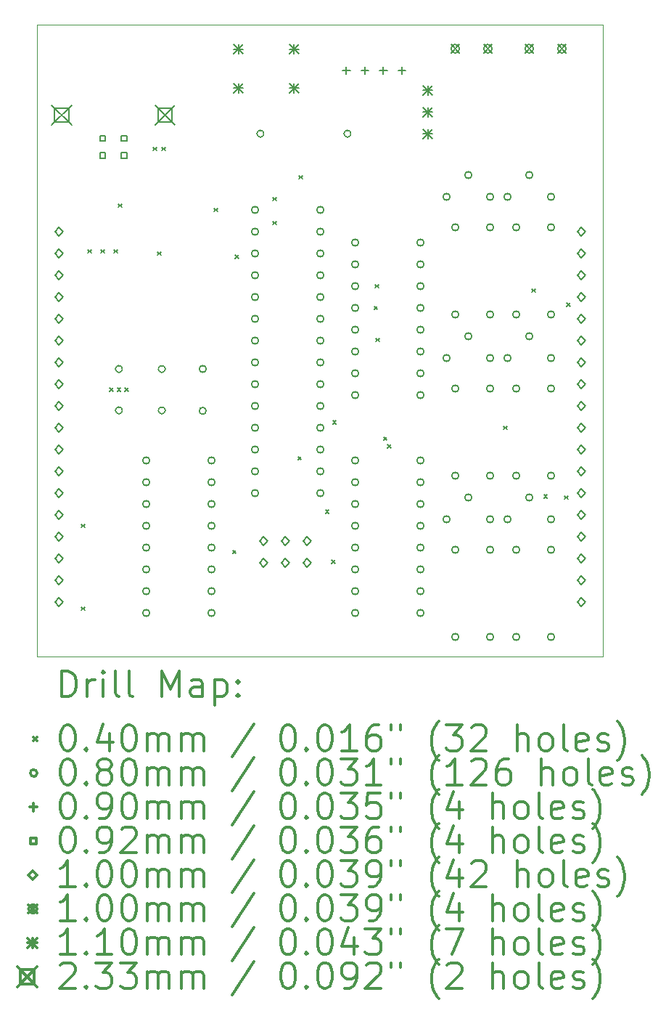
<source format=gbr>
%FSLAX45Y45*%
G04 Gerber Fmt 4.5, Leading zero omitted, Abs format (unit mm)*
G04 Created by KiCad (PCBNEW 5.1.7) date 2020-10-26 11:57:48*
%MOMM*%
%LPD*%
G01*
G04 APERTURE LIST*
%TA.AperFunction,Profile*%
%ADD10C,0.050000*%
%TD*%
%ADD11C,0.200000*%
%ADD12C,0.300000*%
G04 APERTURE END LIST*
D10*
X16764000Y-7747000D02*
X16764000Y-9525000D01*
X13335000Y-7747000D02*
X16764000Y-7747000D01*
X10160000Y-7747000D02*
X13335000Y-7747000D01*
X10160000Y-9525000D02*
X10160000Y-7747000D01*
X10160000Y-9525000D02*
X10160000Y-15113000D01*
X16764000Y-15113000D02*
X16764000Y-9525000D01*
X10160000Y-15113000D02*
X16764000Y-15113000D01*
D11*
X10673400Y-13568998D02*
X10713400Y-13608998D01*
X10713400Y-13568998D02*
X10673400Y-13608998D01*
X10673400Y-14534200D02*
X10713400Y-14574200D01*
X10713400Y-14534200D02*
X10673400Y-14574200D01*
X10749600Y-10368600D02*
X10789600Y-10408600D01*
X10789600Y-10368600D02*
X10749600Y-10408600D01*
X10902000Y-10368600D02*
X10942000Y-10408600D01*
X10942000Y-10368600D02*
X10902000Y-10408600D01*
X11003600Y-11981500D02*
X11043600Y-12021500D01*
X11043600Y-11981500D02*
X11003600Y-12021500D01*
X11054400Y-10368600D02*
X11094400Y-10408600D01*
X11094400Y-10368600D02*
X11054400Y-10408600D01*
X11092500Y-11981500D02*
X11132500Y-12021500D01*
X11132500Y-11981500D02*
X11092500Y-12021500D01*
X11105200Y-9835200D02*
X11145200Y-9875200D01*
X11145200Y-9835200D02*
X11105200Y-9875200D01*
X11181400Y-11981500D02*
X11221400Y-12021500D01*
X11221400Y-11981500D02*
X11181400Y-12021500D01*
X11509900Y-9174800D02*
X11549900Y-9214800D01*
X11549900Y-9174800D02*
X11509900Y-9214800D01*
X11562400Y-10394000D02*
X11602400Y-10434000D01*
X11602400Y-10394000D02*
X11562400Y-10434000D01*
X11614900Y-9174800D02*
X11654900Y-9214800D01*
X11654900Y-9174800D02*
X11614900Y-9214800D01*
X12222800Y-9886001D02*
X12262800Y-9926001D01*
X12262800Y-9886001D02*
X12222800Y-9926001D01*
X12438700Y-13873800D02*
X12478700Y-13913800D01*
X12478700Y-13873800D02*
X12438700Y-13913800D01*
X12470450Y-10432100D02*
X12510450Y-10472100D01*
X12510450Y-10432100D02*
X12470450Y-10472100D01*
X12908135Y-10038865D02*
X12948135Y-10078865D01*
X12948135Y-10038865D02*
X12908135Y-10078865D01*
X12908600Y-9759000D02*
X12948600Y-9799000D01*
X12948600Y-9759000D02*
X12908600Y-9799000D01*
X13200700Y-12781600D02*
X13240700Y-12821600D01*
X13240700Y-12781600D02*
X13200700Y-12821600D01*
X13213402Y-9505000D02*
X13253402Y-9545000D01*
X13253402Y-9505000D02*
X13213402Y-9545000D01*
X13521900Y-13403900D02*
X13561900Y-13443900D01*
X13561900Y-13403900D02*
X13521900Y-13443900D01*
X13594400Y-13988100D02*
X13634400Y-14028100D01*
X13634400Y-13988100D02*
X13594400Y-14028100D01*
X13607100Y-12362501D02*
X13647100Y-12402501D01*
X13647100Y-12362501D02*
X13607100Y-12402501D01*
X14089700Y-11029000D02*
X14129700Y-11069000D01*
X14129700Y-11029000D02*
X14089700Y-11069000D01*
X14102400Y-10775000D02*
X14142400Y-10815000D01*
X14142400Y-10775000D02*
X14102400Y-10815000D01*
X14110166Y-11402234D02*
X14150166Y-11442234D01*
X14150166Y-11402234D02*
X14110166Y-11442234D01*
X14200798Y-12551850D02*
X14240798Y-12591850D01*
X14240798Y-12551850D02*
X14200798Y-12591850D01*
X14245799Y-12641900D02*
X14285799Y-12681900D01*
X14285799Y-12641900D02*
X14245799Y-12681900D01*
X15601000Y-12426000D02*
X15641000Y-12466000D01*
X15641000Y-12426000D02*
X15601000Y-12466000D01*
X15931200Y-10825800D02*
X15971200Y-10865800D01*
X15971200Y-10825800D02*
X15931200Y-10865800D01*
X16070900Y-13226100D02*
X16110900Y-13266100D01*
X16110900Y-13226100D02*
X16070900Y-13266100D01*
X16312200Y-13238800D02*
X16352200Y-13278800D01*
X16352200Y-13238800D02*
X16312200Y-13278800D01*
X16337600Y-10990900D02*
X16377600Y-11030900D01*
X16377600Y-10990900D02*
X16337600Y-11030900D01*
X11470000Y-12827000D02*
G75*
G03*
X11470000Y-12827000I-40000J0D01*
G01*
X11470000Y-13081000D02*
G75*
G03*
X11470000Y-13081000I-40000J0D01*
G01*
X11470000Y-13335000D02*
G75*
G03*
X11470000Y-13335000I-40000J0D01*
G01*
X11470000Y-13589000D02*
G75*
G03*
X11470000Y-13589000I-40000J0D01*
G01*
X11470000Y-13843000D02*
G75*
G03*
X11470000Y-13843000I-40000J0D01*
G01*
X11470000Y-14097000D02*
G75*
G03*
X11470000Y-14097000I-40000J0D01*
G01*
X11470000Y-14351000D02*
G75*
G03*
X11470000Y-14351000I-40000J0D01*
G01*
X11470000Y-14605000D02*
G75*
G03*
X11470000Y-14605000I-40000J0D01*
G01*
X12232000Y-12827000D02*
G75*
G03*
X12232000Y-12827000I-40000J0D01*
G01*
X12232000Y-13081000D02*
G75*
G03*
X12232000Y-13081000I-40000J0D01*
G01*
X12232000Y-13335000D02*
G75*
G03*
X12232000Y-13335000I-40000J0D01*
G01*
X12232000Y-13589000D02*
G75*
G03*
X12232000Y-13589000I-40000J0D01*
G01*
X12232000Y-13843000D02*
G75*
G03*
X12232000Y-13843000I-40000J0D01*
G01*
X12232000Y-14097000D02*
G75*
G03*
X12232000Y-14097000I-40000J0D01*
G01*
X12232000Y-14351000D02*
G75*
G03*
X12232000Y-14351000I-40000J0D01*
G01*
X12232000Y-14605000D02*
G75*
G03*
X12232000Y-14605000I-40000J0D01*
G01*
X13908400Y-12827000D02*
G75*
G03*
X13908400Y-12827000I-40000J0D01*
G01*
X13908400Y-13081000D02*
G75*
G03*
X13908400Y-13081000I-40000J0D01*
G01*
X13908400Y-13335000D02*
G75*
G03*
X13908400Y-13335000I-40000J0D01*
G01*
X13908400Y-13589000D02*
G75*
G03*
X13908400Y-13589000I-40000J0D01*
G01*
X13908400Y-13843000D02*
G75*
G03*
X13908400Y-13843000I-40000J0D01*
G01*
X13908400Y-14097000D02*
G75*
G03*
X13908400Y-14097000I-40000J0D01*
G01*
X13908400Y-14351000D02*
G75*
G03*
X13908400Y-14351000I-40000J0D01*
G01*
X13908400Y-14605000D02*
G75*
G03*
X13908400Y-14605000I-40000J0D01*
G01*
X14670400Y-12827000D02*
G75*
G03*
X14670400Y-12827000I-40000J0D01*
G01*
X14670400Y-13081000D02*
G75*
G03*
X14670400Y-13081000I-40000J0D01*
G01*
X14670400Y-13335000D02*
G75*
G03*
X14670400Y-13335000I-40000J0D01*
G01*
X14670400Y-13589000D02*
G75*
G03*
X14670400Y-13589000I-40000J0D01*
G01*
X14670400Y-13843000D02*
G75*
G03*
X14670400Y-13843000I-40000J0D01*
G01*
X14670400Y-14097000D02*
G75*
G03*
X14670400Y-14097000I-40000J0D01*
G01*
X14670400Y-14351000D02*
G75*
G03*
X14670400Y-14351000I-40000J0D01*
G01*
X14670400Y-14605000D02*
G75*
G03*
X14670400Y-14605000I-40000J0D01*
G01*
X14975200Y-13512800D02*
G75*
G03*
X14975200Y-13512800I-40000J0D01*
G01*
X15229200Y-13258800D02*
G75*
G03*
X15229200Y-13258800I-40000J0D01*
G01*
X15483200Y-13512800D02*
G75*
G03*
X15483200Y-13512800I-40000J0D01*
G01*
X16194400Y-13868400D02*
G75*
G03*
X16194400Y-13868400I-40000J0D01*
G01*
X16194400Y-14884400D02*
G75*
G03*
X16194400Y-14884400I-40000J0D01*
G01*
X15788000Y-11988800D02*
G75*
G03*
X15788000Y-11988800I-40000J0D01*
G01*
X15788000Y-13004800D02*
G75*
G03*
X15788000Y-13004800I-40000J0D01*
G01*
X12803500Y-9017000D02*
G75*
G03*
X12803500Y-9017000I-40000J0D01*
G01*
X13819500Y-9017000D02*
G75*
G03*
X13819500Y-9017000I-40000J0D01*
G01*
X13908400Y-10287000D02*
G75*
G03*
X13908400Y-10287000I-40000J0D01*
G01*
X13908400Y-10541000D02*
G75*
G03*
X13908400Y-10541000I-40000J0D01*
G01*
X13908400Y-10795000D02*
G75*
G03*
X13908400Y-10795000I-40000J0D01*
G01*
X13908400Y-11049000D02*
G75*
G03*
X13908400Y-11049000I-40000J0D01*
G01*
X13908400Y-11303000D02*
G75*
G03*
X13908400Y-11303000I-40000J0D01*
G01*
X13908400Y-11557000D02*
G75*
G03*
X13908400Y-11557000I-40000J0D01*
G01*
X13908400Y-11811000D02*
G75*
G03*
X13908400Y-11811000I-40000J0D01*
G01*
X13908400Y-12065000D02*
G75*
G03*
X13908400Y-12065000I-40000J0D01*
G01*
X14670400Y-10287000D02*
G75*
G03*
X14670400Y-10287000I-40000J0D01*
G01*
X14670400Y-10541000D02*
G75*
G03*
X14670400Y-10541000I-40000J0D01*
G01*
X14670400Y-10795000D02*
G75*
G03*
X14670400Y-10795000I-40000J0D01*
G01*
X14670400Y-11049000D02*
G75*
G03*
X14670400Y-11049000I-40000J0D01*
G01*
X14670400Y-11303000D02*
G75*
G03*
X14670400Y-11303000I-40000J0D01*
G01*
X14670400Y-11557000D02*
G75*
G03*
X14670400Y-11557000I-40000J0D01*
G01*
X14670400Y-11811000D02*
G75*
G03*
X14670400Y-11811000I-40000J0D01*
G01*
X14670400Y-12065000D02*
G75*
G03*
X14670400Y-12065000I-40000J0D01*
G01*
X11152500Y-12242800D02*
G75*
G03*
X11152500Y-12242800I-40000J0D01*
G01*
X11652500Y-12242800D02*
G75*
G03*
X11652500Y-12242800I-40000J0D01*
G01*
X15686400Y-11633200D02*
G75*
G03*
X15686400Y-11633200I-40000J0D01*
G01*
X15940400Y-11379200D02*
G75*
G03*
X15940400Y-11379200I-40000J0D01*
G01*
X16194400Y-11633200D02*
G75*
G03*
X16194400Y-11633200I-40000J0D01*
G01*
X11152500Y-11760200D02*
G75*
G03*
X11152500Y-11760200I-40000J0D01*
G01*
X11652500Y-11760200D02*
G75*
G03*
X11652500Y-11760200I-40000J0D01*
G01*
X16194400Y-10109200D02*
G75*
G03*
X16194400Y-10109200I-40000J0D01*
G01*
X16194400Y-11125200D02*
G75*
G03*
X16194400Y-11125200I-40000J0D01*
G01*
X15686400Y-9753600D02*
G75*
G03*
X15686400Y-9753600I-40000J0D01*
G01*
X15940400Y-9499600D02*
G75*
G03*
X15940400Y-9499600I-40000J0D01*
G01*
X16194400Y-9753600D02*
G75*
G03*
X16194400Y-9753600I-40000J0D01*
G01*
X15788000Y-10109200D02*
G75*
G03*
X15788000Y-10109200I-40000J0D01*
G01*
X15788000Y-11125200D02*
G75*
G03*
X15788000Y-11125200I-40000J0D01*
G01*
X15076800Y-13868400D02*
G75*
G03*
X15076800Y-13868400I-40000J0D01*
G01*
X15076800Y-14884400D02*
G75*
G03*
X15076800Y-14884400I-40000J0D01*
G01*
X12740000Y-9906000D02*
G75*
G03*
X12740000Y-9906000I-40000J0D01*
G01*
X12740000Y-10160000D02*
G75*
G03*
X12740000Y-10160000I-40000J0D01*
G01*
X12740000Y-10414000D02*
G75*
G03*
X12740000Y-10414000I-40000J0D01*
G01*
X12740000Y-10668000D02*
G75*
G03*
X12740000Y-10668000I-40000J0D01*
G01*
X12740000Y-10922000D02*
G75*
G03*
X12740000Y-10922000I-40000J0D01*
G01*
X12740000Y-11176000D02*
G75*
G03*
X12740000Y-11176000I-40000J0D01*
G01*
X12740000Y-11430000D02*
G75*
G03*
X12740000Y-11430000I-40000J0D01*
G01*
X12740000Y-11684000D02*
G75*
G03*
X12740000Y-11684000I-40000J0D01*
G01*
X12740000Y-11938000D02*
G75*
G03*
X12740000Y-11938000I-40000J0D01*
G01*
X12740000Y-12192000D02*
G75*
G03*
X12740000Y-12192000I-40000J0D01*
G01*
X12740000Y-12446000D02*
G75*
G03*
X12740000Y-12446000I-40000J0D01*
G01*
X12740000Y-12700000D02*
G75*
G03*
X12740000Y-12700000I-40000J0D01*
G01*
X12740000Y-12954000D02*
G75*
G03*
X12740000Y-12954000I-40000J0D01*
G01*
X12740000Y-13208000D02*
G75*
G03*
X12740000Y-13208000I-40000J0D01*
G01*
X13502000Y-9906000D02*
G75*
G03*
X13502000Y-9906000I-40000J0D01*
G01*
X13502000Y-10160000D02*
G75*
G03*
X13502000Y-10160000I-40000J0D01*
G01*
X13502000Y-10414000D02*
G75*
G03*
X13502000Y-10414000I-40000J0D01*
G01*
X13502000Y-10668000D02*
G75*
G03*
X13502000Y-10668000I-40000J0D01*
G01*
X13502000Y-10922000D02*
G75*
G03*
X13502000Y-10922000I-40000J0D01*
G01*
X13502000Y-11176000D02*
G75*
G03*
X13502000Y-11176000I-40000J0D01*
G01*
X13502000Y-11430000D02*
G75*
G03*
X13502000Y-11430000I-40000J0D01*
G01*
X13502000Y-11684000D02*
G75*
G03*
X13502000Y-11684000I-40000J0D01*
G01*
X13502000Y-11938000D02*
G75*
G03*
X13502000Y-11938000I-40000J0D01*
G01*
X13502000Y-12192000D02*
G75*
G03*
X13502000Y-12192000I-40000J0D01*
G01*
X13502000Y-12446000D02*
G75*
G03*
X13502000Y-12446000I-40000J0D01*
G01*
X13502000Y-12700000D02*
G75*
G03*
X13502000Y-12700000I-40000J0D01*
G01*
X13502000Y-12954000D02*
G75*
G03*
X13502000Y-12954000I-40000J0D01*
G01*
X13502000Y-13208000D02*
G75*
G03*
X13502000Y-13208000I-40000J0D01*
G01*
X15483200Y-13868400D02*
G75*
G03*
X15483200Y-13868400I-40000J0D01*
G01*
X15483200Y-14884400D02*
G75*
G03*
X15483200Y-14884400I-40000J0D01*
G01*
X15076800Y-11988800D02*
G75*
G03*
X15076800Y-11988800I-40000J0D01*
G01*
X15076800Y-13004800D02*
G75*
G03*
X15076800Y-13004800I-40000J0D01*
G01*
X15686400Y-13512800D02*
G75*
G03*
X15686400Y-13512800I-40000J0D01*
G01*
X15940400Y-13258800D02*
G75*
G03*
X15940400Y-13258800I-40000J0D01*
G01*
X16194400Y-13512800D02*
G75*
G03*
X16194400Y-13512800I-40000J0D01*
G01*
X15483200Y-11988800D02*
G75*
G03*
X15483200Y-11988800I-40000J0D01*
G01*
X15483200Y-13004800D02*
G75*
G03*
X15483200Y-13004800I-40000J0D01*
G01*
X14975200Y-11633200D02*
G75*
G03*
X14975200Y-11633200I-40000J0D01*
G01*
X15229200Y-11379200D02*
G75*
G03*
X15229200Y-11379200I-40000J0D01*
G01*
X15483200Y-11633200D02*
G75*
G03*
X15483200Y-11633200I-40000J0D01*
G01*
X15788000Y-13868400D02*
G75*
G03*
X15788000Y-13868400I-40000J0D01*
G01*
X15788000Y-14884400D02*
G75*
G03*
X15788000Y-14884400I-40000J0D01*
G01*
X15483200Y-10109200D02*
G75*
G03*
X15483200Y-10109200I-40000J0D01*
G01*
X15483200Y-11125200D02*
G75*
G03*
X15483200Y-11125200I-40000J0D01*
G01*
X16194400Y-11988800D02*
G75*
G03*
X16194400Y-11988800I-40000J0D01*
G01*
X16194400Y-13004800D02*
G75*
G03*
X16194400Y-13004800I-40000J0D01*
G01*
X12130400Y-11760200D02*
G75*
G03*
X12130400Y-11760200I-40000J0D01*
G01*
X12130400Y-12248200D02*
G75*
G03*
X12130400Y-12248200I-40000J0D01*
G01*
X14975200Y-9753600D02*
G75*
G03*
X14975200Y-9753600I-40000J0D01*
G01*
X15229200Y-9499600D02*
G75*
G03*
X15229200Y-9499600I-40000J0D01*
G01*
X15483200Y-9753600D02*
G75*
G03*
X15483200Y-9753600I-40000J0D01*
G01*
X15076800Y-10109200D02*
G75*
G03*
X15076800Y-10109200I-40000J0D01*
G01*
X15076800Y-11125200D02*
G75*
G03*
X15076800Y-11125200I-40000J0D01*
G01*
X13766800Y-8235400D02*
X13766800Y-8325400D01*
X13721800Y-8280400D02*
X13811800Y-8280400D01*
X13982700Y-8235400D02*
X13982700Y-8325400D01*
X13937700Y-8280400D02*
X14027700Y-8280400D01*
X14198600Y-8235400D02*
X14198600Y-8325400D01*
X14153600Y-8280400D02*
X14243600Y-8280400D01*
X14414500Y-8235400D02*
X14414500Y-8325400D01*
X14369500Y-8280400D02*
X14459500Y-8280400D01*
X10954527Y-9103527D02*
X10954527Y-9038473D01*
X10889473Y-9038473D01*
X10889473Y-9103527D01*
X10954527Y-9103527D01*
X10954527Y-9303527D02*
X10954527Y-9238473D01*
X10889473Y-9238473D01*
X10889473Y-9303527D01*
X10954527Y-9303527D01*
X11204527Y-9103527D02*
X11204527Y-9038473D01*
X11139473Y-9038473D01*
X11139473Y-9103527D01*
X11204527Y-9103527D01*
X11204527Y-9303527D02*
X11204527Y-9238473D01*
X11139473Y-9238473D01*
X11139473Y-9303527D01*
X11204527Y-9303527D01*
X10414000Y-10210000D02*
X10464000Y-10160000D01*
X10414000Y-10110000D01*
X10364000Y-10160000D01*
X10414000Y-10210000D01*
X10414000Y-10464000D02*
X10464000Y-10414000D01*
X10414000Y-10364000D01*
X10364000Y-10414000D01*
X10414000Y-10464000D01*
X10414000Y-10718000D02*
X10464000Y-10668000D01*
X10414000Y-10618000D01*
X10364000Y-10668000D01*
X10414000Y-10718000D01*
X10414000Y-10972000D02*
X10464000Y-10922000D01*
X10414000Y-10872000D01*
X10364000Y-10922000D01*
X10414000Y-10972000D01*
X10414000Y-11226000D02*
X10464000Y-11176000D01*
X10414000Y-11126000D01*
X10364000Y-11176000D01*
X10414000Y-11226000D01*
X10414000Y-11480000D02*
X10464000Y-11430000D01*
X10414000Y-11380000D01*
X10364000Y-11430000D01*
X10414000Y-11480000D01*
X10414000Y-11734000D02*
X10464000Y-11684000D01*
X10414000Y-11634000D01*
X10364000Y-11684000D01*
X10414000Y-11734000D01*
X10414000Y-11988000D02*
X10464000Y-11938000D01*
X10414000Y-11888000D01*
X10364000Y-11938000D01*
X10414000Y-11988000D01*
X10414000Y-12242000D02*
X10464000Y-12192000D01*
X10414000Y-12142000D01*
X10364000Y-12192000D01*
X10414000Y-12242000D01*
X10414000Y-12496000D02*
X10464000Y-12446000D01*
X10414000Y-12396000D01*
X10364000Y-12446000D01*
X10414000Y-12496000D01*
X10414000Y-12750000D02*
X10464000Y-12700000D01*
X10414000Y-12650000D01*
X10364000Y-12700000D01*
X10414000Y-12750000D01*
X10414000Y-13004000D02*
X10464000Y-12954000D01*
X10414000Y-12904000D01*
X10364000Y-12954000D01*
X10414000Y-13004000D01*
X10414000Y-13258000D02*
X10464000Y-13208000D01*
X10414000Y-13158000D01*
X10364000Y-13208000D01*
X10414000Y-13258000D01*
X10414000Y-13512000D02*
X10464000Y-13462000D01*
X10414000Y-13412000D01*
X10364000Y-13462000D01*
X10414000Y-13512000D01*
X10414000Y-13766000D02*
X10464000Y-13716000D01*
X10414000Y-13666000D01*
X10364000Y-13716000D01*
X10414000Y-13766000D01*
X10414000Y-14020000D02*
X10464000Y-13970000D01*
X10414000Y-13920000D01*
X10364000Y-13970000D01*
X10414000Y-14020000D01*
X10414000Y-14274000D02*
X10464000Y-14224000D01*
X10414000Y-14174000D01*
X10364000Y-14224000D01*
X10414000Y-14274000D01*
X10414000Y-14528000D02*
X10464000Y-14478000D01*
X10414000Y-14428000D01*
X10364000Y-14478000D01*
X10414000Y-14528000D01*
X12801600Y-13816800D02*
X12851600Y-13766800D01*
X12801600Y-13716800D01*
X12751600Y-13766800D01*
X12801600Y-13816800D01*
X12801600Y-14070800D02*
X12851600Y-14020800D01*
X12801600Y-13970800D01*
X12751600Y-14020800D01*
X12801600Y-14070800D01*
X13055600Y-13816800D02*
X13105600Y-13766800D01*
X13055600Y-13716800D01*
X13005600Y-13766800D01*
X13055600Y-13816800D01*
X13055600Y-14070800D02*
X13105600Y-14020800D01*
X13055600Y-13970800D01*
X13005600Y-14020800D01*
X13055600Y-14070800D01*
X13309600Y-13816800D02*
X13359600Y-13766800D01*
X13309600Y-13716800D01*
X13259600Y-13766800D01*
X13309600Y-13816800D01*
X13309600Y-14070800D02*
X13359600Y-14020800D01*
X13309600Y-13970800D01*
X13259600Y-14020800D01*
X13309600Y-14070800D01*
X16510000Y-10210000D02*
X16560000Y-10160000D01*
X16510000Y-10110000D01*
X16460000Y-10160000D01*
X16510000Y-10210000D01*
X16510000Y-10464000D02*
X16560000Y-10414000D01*
X16510000Y-10364000D01*
X16460000Y-10414000D01*
X16510000Y-10464000D01*
X16510000Y-10718000D02*
X16560000Y-10668000D01*
X16510000Y-10618000D01*
X16460000Y-10668000D01*
X16510000Y-10718000D01*
X16510000Y-10972000D02*
X16560000Y-10922000D01*
X16510000Y-10872000D01*
X16460000Y-10922000D01*
X16510000Y-10972000D01*
X16510000Y-11226000D02*
X16560000Y-11176000D01*
X16510000Y-11126000D01*
X16460000Y-11176000D01*
X16510000Y-11226000D01*
X16510000Y-11480000D02*
X16560000Y-11430000D01*
X16510000Y-11380000D01*
X16460000Y-11430000D01*
X16510000Y-11480000D01*
X16510000Y-11734000D02*
X16560000Y-11684000D01*
X16510000Y-11634000D01*
X16460000Y-11684000D01*
X16510000Y-11734000D01*
X16510000Y-11988000D02*
X16560000Y-11938000D01*
X16510000Y-11888000D01*
X16460000Y-11938000D01*
X16510000Y-11988000D01*
X16510000Y-12242000D02*
X16560000Y-12192000D01*
X16510000Y-12142000D01*
X16460000Y-12192000D01*
X16510000Y-12242000D01*
X16510000Y-12496000D02*
X16560000Y-12446000D01*
X16510000Y-12396000D01*
X16460000Y-12446000D01*
X16510000Y-12496000D01*
X16510000Y-12750000D02*
X16560000Y-12700000D01*
X16510000Y-12650000D01*
X16460000Y-12700000D01*
X16510000Y-12750000D01*
X16510000Y-13004000D02*
X16560000Y-12954000D01*
X16510000Y-12904000D01*
X16460000Y-12954000D01*
X16510000Y-13004000D01*
X16510000Y-13258000D02*
X16560000Y-13208000D01*
X16510000Y-13158000D01*
X16460000Y-13208000D01*
X16510000Y-13258000D01*
X16510000Y-13512000D02*
X16560000Y-13462000D01*
X16510000Y-13412000D01*
X16460000Y-13462000D01*
X16510000Y-13512000D01*
X16510000Y-13766000D02*
X16560000Y-13716000D01*
X16510000Y-13666000D01*
X16460000Y-13716000D01*
X16510000Y-13766000D01*
X16510000Y-14020000D02*
X16560000Y-13970000D01*
X16510000Y-13920000D01*
X16460000Y-13970000D01*
X16510000Y-14020000D01*
X16510000Y-14274000D02*
X16560000Y-14224000D01*
X16510000Y-14174000D01*
X16460000Y-14224000D01*
X16510000Y-14274000D01*
X16510000Y-14528000D02*
X16560000Y-14478000D01*
X16510000Y-14428000D01*
X16460000Y-14478000D01*
X16510000Y-14528000D01*
X14986762Y-7976362D02*
X15086838Y-8076438D01*
X15086838Y-7976362D02*
X14986762Y-8076438D01*
X15086838Y-8026400D02*
G75*
G03*
X15086838Y-8026400I-50038J0D01*
G01*
X15367762Y-7976362D02*
X15467838Y-8076438D01*
X15467838Y-7976362D02*
X15367762Y-8076438D01*
X15467838Y-8026400D02*
G75*
G03*
X15467838Y-8026400I-50038J0D01*
G01*
X15850362Y-7976362D02*
X15950438Y-8076438D01*
X15950438Y-7976362D02*
X15850362Y-8076438D01*
X15950438Y-8026400D02*
G75*
G03*
X15950438Y-8026400I-50038J0D01*
G01*
X16231362Y-7976362D02*
X16331438Y-8076438D01*
X16331438Y-7976362D02*
X16231362Y-8076438D01*
X16331438Y-8026400D02*
G75*
G03*
X16331438Y-8026400I-50038J0D01*
G01*
X12452200Y-7978600D02*
X12562200Y-8088600D01*
X12562200Y-7978600D02*
X12452200Y-8088600D01*
X12507200Y-7978600D02*
X12507200Y-8088600D01*
X12452200Y-8033600D02*
X12562200Y-8033600D01*
X12452200Y-8428600D02*
X12562200Y-8538600D01*
X12562200Y-8428600D02*
X12452200Y-8538600D01*
X12507200Y-8428600D02*
X12507200Y-8538600D01*
X12452200Y-8483600D02*
X12562200Y-8483600D01*
X13102200Y-7978600D02*
X13212200Y-8088600D01*
X13212200Y-7978600D02*
X13102200Y-8088600D01*
X13157200Y-7978600D02*
X13157200Y-8088600D01*
X13102200Y-8033600D02*
X13212200Y-8033600D01*
X13102200Y-8428600D02*
X13212200Y-8538600D01*
X13212200Y-8428600D02*
X13102200Y-8538600D01*
X13157200Y-8428600D02*
X13157200Y-8538600D01*
X13102200Y-8483600D02*
X13212200Y-8483600D01*
X14662000Y-8454000D02*
X14772000Y-8564000D01*
X14772000Y-8454000D02*
X14662000Y-8564000D01*
X14717000Y-8454000D02*
X14717000Y-8564000D01*
X14662000Y-8509000D02*
X14772000Y-8509000D01*
X14662000Y-8708000D02*
X14772000Y-8818000D01*
X14772000Y-8708000D02*
X14662000Y-8818000D01*
X14717000Y-8708000D02*
X14717000Y-8818000D01*
X14662000Y-8763000D02*
X14772000Y-8763000D01*
X14662000Y-8962000D02*
X14772000Y-9072000D01*
X14772000Y-8962000D02*
X14662000Y-9072000D01*
X14717000Y-8962000D02*
X14717000Y-9072000D01*
X14662000Y-9017000D02*
X14772000Y-9017000D01*
X10328500Y-8683500D02*
X10561500Y-8916500D01*
X10561500Y-8683500D02*
X10328500Y-8916500D01*
X10527379Y-8882379D02*
X10527379Y-8717621D01*
X10362621Y-8717621D01*
X10362621Y-8882379D01*
X10527379Y-8882379D01*
X11532500Y-8683500D02*
X11765500Y-8916500D01*
X11765500Y-8683500D02*
X11532500Y-8916500D01*
X11731379Y-8882379D02*
X11731379Y-8717621D01*
X11566621Y-8717621D01*
X11566621Y-8882379D01*
X11731379Y-8882379D01*
D12*
X10443928Y-15581214D02*
X10443928Y-15281214D01*
X10515357Y-15281214D01*
X10558214Y-15295500D01*
X10586786Y-15324071D01*
X10601071Y-15352643D01*
X10615357Y-15409786D01*
X10615357Y-15452643D01*
X10601071Y-15509786D01*
X10586786Y-15538357D01*
X10558214Y-15566929D01*
X10515357Y-15581214D01*
X10443928Y-15581214D01*
X10743928Y-15581214D02*
X10743928Y-15381214D01*
X10743928Y-15438357D02*
X10758214Y-15409786D01*
X10772500Y-15395500D01*
X10801071Y-15381214D01*
X10829643Y-15381214D01*
X10929643Y-15581214D02*
X10929643Y-15381214D01*
X10929643Y-15281214D02*
X10915357Y-15295500D01*
X10929643Y-15309786D01*
X10943928Y-15295500D01*
X10929643Y-15281214D01*
X10929643Y-15309786D01*
X11115357Y-15581214D02*
X11086786Y-15566929D01*
X11072500Y-15538357D01*
X11072500Y-15281214D01*
X11272500Y-15581214D02*
X11243928Y-15566929D01*
X11229643Y-15538357D01*
X11229643Y-15281214D01*
X11615357Y-15581214D02*
X11615357Y-15281214D01*
X11715357Y-15495500D01*
X11815357Y-15281214D01*
X11815357Y-15581214D01*
X12086786Y-15581214D02*
X12086786Y-15424071D01*
X12072500Y-15395500D01*
X12043928Y-15381214D01*
X11986786Y-15381214D01*
X11958214Y-15395500D01*
X12086786Y-15566929D02*
X12058214Y-15581214D01*
X11986786Y-15581214D01*
X11958214Y-15566929D01*
X11943928Y-15538357D01*
X11943928Y-15509786D01*
X11958214Y-15481214D01*
X11986786Y-15466929D01*
X12058214Y-15466929D01*
X12086786Y-15452643D01*
X12229643Y-15381214D02*
X12229643Y-15681214D01*
X12229643Y-15395500D02*
X12258214Y-15381214D01*
X12315357Y-15381214D01*
X12343928Y-15395500D01*
X12358214Y-15409786D01*
X12372500Y-15438357D01*
X12372500Y-15524071D01*
X12358214Y-15552643D01*
X12343928Y-15566929D01*
X12315357Y-15581214D01*
X12258214Y-15581214D01*
X12229643Y-15566929D01*
X12501071Y-15552643D02*
X12515357Y-15566929D01*
X12501071Y-15581214D01*
X12486786Y-15566929D01*
X12501071Y-15552643D01*
X12501071Y-15581214D01*
X12501071Y-15395500D02*
X12515357Y-15409786D01*
X12501071Y-15424071D01*
X12486786Y-15409786D01*
X12501071Y-15395500D01*
X12501071Y-15424071D01*
X10117500Y-16055500D02*
X10157500Y-16095500D01*
X10157500Y-16055500D02*
X10117500Y-16095500D01*
X10501071Y-15911214D02*
X10529643Y-15911214D01*
X10558214Y-15925500D01*
X10572500Y-15939786D01*
X10586786Y-15968357D01*
X10601071Y-16025500D01*
X10601071Y-16096929D01*
X10586786Y-16154071D01*
X10572500Y-16182643D01*
X10558214Y-16196929D01*
X10529643Y-16211214D01*
X10501071Y-16211214D01*
X10472500Y-16196929D01*
X10458214Y-16182643D01*
X10443928Y-16154071D01*
X10429643Y-16096929D01*
X10429643Y-16025500D01*
X10443928Y-15968357D01*
X10458214Y-15939786D01*
X10472500Y-15925500D01*
X10501071Y-15911214D01*
X10729643Y-16182643D02*
X10743928Y-16196929D01*
X10729643Y-16211214D01*
X10715357Y-16196929D01*
X10729643Y-16182643D01*
X10729643Y-16211214D01*
X11001071Y-16011214D02*
X11001071Y-16211214D01*
X10929643Y-15896929D02*
X10858214Y-16111214D01*
X11043928Y-16111214D01*
X11215357Y-15911214D02*
X11243928Y-15911214D01*
X11272500Y-15925500D01*
X11286786Y-15939786D01*
X11301071Y-15968357D01*
X11315357Y-16025500D01*
X11315357Y-16096929D01*
X11301071Y-16154071D01*
X11286786Y-16182643D01*
X11272500Y-16196929D01*
X11243928Y-16211214D01*
X11215357Y-16211214D01*
X11186786Y-16196929D01*
X11172500Y-16182643D01*
X11158214Y-16154071D01*
X11143928Y-16096929D01*
X11143928Y-16025500D01*
X11158214Y-15968357D01*
X11172500Y-15939786D01*
X11186786Y-15925500D01*
X11215357Y-15911214D01*
X11443928Y-16211214D02*
X11443928Y-16011214D01*
X11443928Y-16039786D02*
X11458214Y-16025500D01*
X11486786Y-16011214D01*
X11529643Y-16011214D01*
X11558214Y-16025500D01*
X11572500Y-16054071D01*
X11572500Y-16211214D01*
X11572500Y-16054071D02*
X11586786Y-16025500D01*
X11615357Y-16011214D01*
X11658214Y-16011214D01*
X11686786Y-16025500D01*
X11701071Y-16054071D01*
X11701071Y-16211214D01*
X11843928Y-16211214D02*
X11843928Y-16011214D01*
X11843928Y-16039786D02*
X11858214Y-16025500D01*
X11886786Y-16011214D01*
X11929643Y-16011214D01*
X11958214Y-16025500D01*
X11972500Y-16054071D01*
X11972500Y-16211214D01*
X11972500Y-16054071D02*
X11986786Y-16025500D01*
X12015357Y-16011214D01*
X12058214Y-16011214D01*
X12086786Y-16025500D01*
X12101071Y-16054071D01*
X12101071Y-16211214D01*
X12686786Y-15896929D02*
X12429643Y-16282643D01*
X13072500Y-15911214D02*
X13101071Y-15911214D01*
X13129643Y-15925500D01*
X13143928Y-15939786D01*
X13158214Y-15968357D01*
X13172500Y-16025500D01*
X13172500Y-16096929D01*
X13158214Y-16154071D01*
X13143928Y-16182643D01*
X13129643Y-16196929D01*
X13101071Y-16211214D01*
X13072500Y-16211214D01*
X13043928Y-16196929D01*
X13029643Y-16182643D01*
X13015357Y-16154071D01*
X13001071Y-16096929D01*
X13001071Y-16025500D01*
X13015357Y-15968357D01*
X13029643Y-15939786D01*
X13043928Y-15925500D01*
X13072500Y-15911214D01*
X13301071Y-16182643D02*
X13315357Y-16196929D01*
X13301071Y-16211214D01*
X13286786Y-16196929D01*
X13301071Y-16182643D01*
X13301071Y-16211214D01*
X13501071Y-15911214D02*
X13529643Y-15911214D01*
X13558214Y-15925500D01*
X13572500Y-15939786D01*
X13586786Y-15968357D01*
X13601071Y-16025500D01*
X13601071Y-16096929D01*
X13586786Y-16154071D01*
X13572500Y-16182643D01*
X13558214Y-16196929D01*
X13529643Y-16211214D01*
X13501071Y-16211214D01*
X13472500Y-16196929D01*
X13458214Y-16182643D01*
X13443928Y-16154071D01*
X13429643Y-16096929D01*
X13429643Y-16025500D01*
X13443928Y-15968357D01*
X13458214Y-15939786D01*
X13472500Y-15925500D01*
X13501071Y-15911214D01*
X13886786Y-16211214D02*
X13715357Y-16211214D01*
X13801071Y-16211214D02*
X13801071Y-15911214D01*
X13772500Y-15954071D01*
X13743928Y-15982643D01*
X13715357Y-15996929D01*
X14143928Y-15911214D02*
X14086786Y-15911214D01*
X14058214Y-15925500D01*
X14043928Y-15939786D01*
X14015357Y-15982643D01*
X14001071Y-16039786D01*
X14001071Y-16154071D01*
X14015357Y-16182643D01*
X14029643Y-16196929D01*
X14058214Y-16211214D01*
X14115357Y-16211214D01*
X14143928Y-16196929D01*
X14158214Y-16182643D01*
X14172500Y-16154071D01*
X14172500Y-16082643D01*
X14158214Y-16054071D01*
X14143928Y-16039786D01*
X14115357Y-16025500D01*
X14058214Y-16025500D01*
X14029643Y-16039786D01*
X14015357Y-16054071D01*
X14001071Y-16082643D01*
X14286786Y-15911214D02*
X14286786Y-15968357D01*
X14401071Y-15911214D02*
X14401071Y-15968357D01*
X14843928Y-16325500D02*
X14829643Y-16311214D01*
X14801071Y-16268357D01*
X14786786Y-16239786D01*
X14772500Y-16196929D01*
X14758214Y-16125500D01*
X14758214Y-16068357D01*
X14772500Y-15996929D01*
X14786786Y-15954071D01*
X14801071Y-15925500D01*
X14829643Y-15882643D01*
X14843928Y-15868357D01*
X14929643Y-15911214D02*
X15115357Y-15911214D01*
X15015357Y-16025500D01*
X15058214Y-16025500D01*
X15086786Y-16039786D01*
X15101071Y-16054071D01*
X15115357Y-16082643D01*
X15115357Y-16154071D01*
X15101071Y-16182643D01*
X15086786Y-16196929D01*
X15058214Y-16211214D01*
X14972500Y-16211214D01*
X14943928Y-16196929D01*
X14929643Y-16182643D01*
X15229643Y-15939786D02*
X15243928Y-15925500D01*
X15272500Y-15911214D01*
X15343928Y-15911214D01*
X15372500Y-15925500D01*
X15386786Y-15939786D01*
X15401071Y-15968357D01*
X15401071Y-15996929D01*
X15386786Y-16039786D01*
X15215357Y-16211214D01*
X15401071Y-16211214D01*
X15758214Y-16211214D02*
X15758214Y-15911214D01*
X15886786Y-16211214D02*
X15886786Y-16054071D01*
X15872500Y-16025500D01*
X15843928Y-16011214D01*
X15801071Y-16011214D01*
X15772500Y-16025500D01*
X15758214Y-16039786D01*
X16072500Y-16211214D02*
X16043928Y-16196929D01*
X16029643Y-16182643D01*
X16015357Y-16154071D01*
X16015357Y-16068357D01*
X16029643Y-16039786D01*
X16043928Y-16025500D01*
X16072500Y-16011214D01*
X16115357Y-16011214D01*
X16143928Y-16025500D01*
X16158214Y-16039786D01*
X16172500Y-16068357D01*
X16172500Y-16154071D01*
X16158214Y-16182643D01*
X16143928Y-16196929D01*
X16115357Y-16211214D01*
X16072500Y-16211214D01*
X16343928Y-16211214D02*
X16315357Y-16196929D01*
X16301071Y-16168357D01*
X16301071Y-15911214D01*
X16572500Y-16196929D02*
X16543928Y-16211214D01*
X16486786Y-16211214D01*
X16458214Y-16196929D01*
X16443928Y-16168357D01*
X16443928Y-16054071D01*
X16458214Y-16025500D01*
X16486786Y-16011214D01*
X16543928Y-16011214D01*
X16572500Y-16025500D01*
X16586786Y-16054071D01*
X16586786Y-16082643D01*
X16443928Y-16111214D01*
X16701071Y-16196929D02*
X16729643Y-16211214D01*
X16786786Y-16211214D01*
X16815357Y-16196929D01*
X16829643Y-16168357D01*
X16829643Y-16154071D01*
X16815357Y-16125500D01*
X16786786Y-16111214D01*
X16743928Y-16111214D01*
X16715357Y-16096929D01*
X16701071Y-16068357D01*
X16701071Y-16054071D01*
X16715357Y-16025500D01*
X16743928Y-16011214D01*
X16786786Y-16011214D01*
X16815357Y-16025500D01*
X16929643Y-16325500D02*
X16943928Y-16311214D01*
X16972500Y-16268357D01*
X16986786Y-16239786D01*
X17001071Y-16196929D01*
X17015357Y-16125500D01*
X17015357Y-16068357D01*
X17001071Y-15996929D01*
X16986786Y-15954071D01*
X16972500Y-15925500D01*
X16943928Y-15882643D01*
X16929643Y-15868357D01*
X10157500Y-16471500D02*
G75*
G03*
X10157500Y-16471500I-40000J0D01*
G01*
X10501071Y-16307214D02*
X10529643Y-16307214D01*
X10558214Y-16321500D01*
X10572500Y-16335786D01*
X10586786Y-16364357D01*
X10601071Y-16421500D01*
X10601071Y-16492929D01*
X10586786Y-16550071D01*
X10572500Y-16578643D01*
X10558214Y-16592929D01*
X10529643Y-16607214D01*
X10501071Y-16607214D01*
X10472500Y-16592929D01*
X10458214Y-16578643D01*
X10443928Y-16550071D01*
X10429643Y-16492929D01*
X10429643Y-16421500D01*
X10443928Y-16364357D01*
X10458214Y-16335786D01*
X10472500Y-16321500D01*
X10501071Y-16307214D01*
X10729643Y-16578643D02*
X10743928Y-16592929D01*
X10729643Y-16607214D01*
X10715357Y-16592929D01*
X10729643Y-16578643D01*
X10729643Y-16607214D01*
X10915357Y-16435786D02*
X10886786Y-16421500D01*
X10872500Y-16407214D01*
X10858214Y-16378643D01*
X10858214Y-16364357D01*
X10872500Y-16335786D01*
X10886786Y-16321500D01*
X10915357Y-16307214D01*
X10972500Y-16307214D01*
X11001071Y-16321500D01*
X11015357Y-16335786D01*
X11029643Y-16364357D01*
X11029643Y-16378643D01*
X11015357Y-16407214D01*
X11001071Y-16421500D01*
X10972500Y-16435786D01*
X10915357Y-16435786D01*
X10886786Y-16450071D01*
X10872500Y-16464357D01*
X10858214Y-16492929D01*
X10858214Y-16550071D01*
X10872500Y-16578643D01*
X10886786Y-16592929D01*
X10915357Y-16607214D01*
X10972500Y-16607214D01*
X11001071Y-16592929D01*
X11015357Y-16578643D01*
X11029643Y-16550071D01*
X11029643Y-16492929D01*
X11015357Y-16464357D01*
X11001071Y-16450071D01*
X10972500Y-16435786D01*
X11215357Y-16307214D02*
X11243928Y-16307214D01*
X11272500Y-16321500D01*
X11286786Y-16335786D01*
X11301071Y-16364357D01*
X11315357Y-16421500D01*
X11315357Y-16492929D01*
X11301071Y-16550071D01*
X11286786Y-16578643D01*
X11272500Y-16592929D01*
X11243928Y-16607214D01*
X11215357Y-16607214D01*
X11186786Y-16592929D01*
X11172500Y-16578643D01*
X11158214Y-16550071D01*
X11143928Y-16492929D01*
X11143928Y-16421500D01*
X11158214Y-16364357D01*
X11172500Y-16335786D01*
X11186786Y-16321500D01*
X11215357Y-16307214D01*
X11443928Y-16607214D02*
X11443928Y-16407214D01*
X11443928Y-16435786D02*
X11458214Y-16421500D01*
X11486786Y-16407214D01*
X11529643Y-16407214D01*
X11558214Y-16421500D01*
X11572500Y-16450071D01*
X11572500Y-16607214D01*
X11572500Y-16450071D02*
X11586786Y-16421500D01*
X11615357Y-16407214D01*
X11658214Y-16407214D01*
X11686786Y-16421500D01*
X11701071Y-16450071D01*
X11701071Y-16607214D01*
X11843928Y-16607214D02*
X11843928Y-16407214D01*
X11843928Y-16435786D02*
X11858214Y-16421500D01*
X11886786Y-16407214D01*
X11929643Y-16407214D01*
X11958214Y-16421500D01*
X11972500Y-16450071D01*
X11972500Y-16607214D01*
X11972500Y-16450071D02*
X11986786Y-16421500D01*
X12015357Y-16407214D01*
X12058214Y-16407214D01*
X12086786Y-16421500D01*
X12101071Y-16450071D01*
X12101071Y-16607214D01*
X12686786Y-16292929D02*
X12429643Y-16678643D01*
X13072500Y-16307214D02*
X13101071Y-16307214D01*
X13129643Y-16321500D01*
X13143928Y-16335786D01*
X13158214Y-16364357D01*
X13172500Y-16421500D01*
X13172500Y-16492929D01*
X13158214Y-16550071D01*
X13143928Y-16578643D01*
X13129643Y-16592929D01*
X13101071Y-16607214D01*
X13072500Y-16607214D01*
X13043928Y-16592929D01*
X13029643Y-16578643D01*
X13015357Y-16550071D01*
X13001071Y-16492929D01*
X13001071Y-16421500D01*
X13015357Y-16364357D01*
X13029643Y-16335786D01*
X13043928Y-16321500D01*
X13072500Y-16307214D01*
X13301071Y-16578643D02*
X13315357Y-16592929D01*
X13301071Y-16607214D01*
X13286786Y-16592929D01*
X13301071Y-16578643D01*
X13301071Y-16607214D01*
X13501071Y-16307214D02*
X13529643Y-16307214D01*
X13558214Y-16321500D01*
X13572500Y-16335786D01*
X13586786Y-16364357D01*
X13601071Y-16421500D01*
X13601071Y-16492929D01*
X13586786Y-16550071D01*
X13572500Y-16578643D01*
X13558214Y-16592929D01*
X13529643Y-16607214D01*
X13501071Y-16607214D01*
X13472500Y-16592929D01*
X13458214Y-16578643D01*
X13443928Y-16550071D01*
X13429643Y-16492929D01*
X13429643Y-16421500D01*
X13443928Y-16364357D01*
X13458214Y-16335786D01*
X13472500Y-16321500D01*
X13501071Y-16307214D01*
X13701071Y-16307214D02*
X13886786Y-16307214D01*
X13786786Y-16421500D01*
X13829643Y-16421500D01*
X13858214Y-16435786D01*
X13872500Y-16450071D01*
X13886786Y-16478643D01*
X13886786Y-16550071D01*
X13872500Y-16578643D01*
X13858214Y-16592929D01*
X13829643Y-16607214D01*
X13743928Y-16607214D01*
X13715357Y-16592929D01*
X13701071Y-16578643D01*
X14172500Y-16607214D02*
X14001071Y-16607214D01*
X14086786Y-16607214D02*
X14086786Y-16307214D01*
X14058214Y-16350071D01*
X14029643Y-16378643D01*
X14001071Y-16392929D01*
X14286786Y-16307214D02*
X14286786Y-16364357D01*
X14401071Y-16307214D02*
X14401071Y-16364357D01*
X14843928Y-16721500D02*
X14829643Y-16707214D01*
X14801071Y-16664357D01*
X14786786Y-16635786D01*
X14772500Y-16592929D01*
X14758214Y-16521500D01*
X14758214Y-16464357D01*
X14772500Y-16392929D01*
X14786786Y-16350071D01*
X14801071Y-16321500D01*
X14829643Y-16278643D01*
X14843928Y-16264357D01*
X15115357Y-16607214D02*
X14943928Y-16607214D01*
X15029643Y-16607214D02*
X15029643Y-16307214D01*
X15001071Y-16350071D01*
X14972500Y-16378643D01*
X14943928Y-16392929D01*
X15229643Y-16335786D02*
X15243928Y-16321500D01*
X15272500Y-16307214D01*
X15343928Y-16307214D01*
X15372500Y-16321500D01*
X15386786Y-16335786D01*
X15401071Y-16364357D01*
X15401071Y-16392929D01*
X15386786Y-16435786D01*
X15215357Y-16607214D01*
X15401071Y-16607214D01*
X15658214Y-16307214D02*
X15601071Y-16307214D01*
X15572500Y-16321500D01*
X15558214Y-16335786D01*
X15529643Y-16378643D01*
X15515357Y-16435786D01*
X15515357Y-16550071D01*
X15529643Y-16578643D01*
X15543928Y-16592929D01*
X15572500Y-16607214D01*
X15629643Y-16607214D01*
X15658214Y-16592929D01*
X15672500Y-16578643D01*
X15686786Y-16550071D01*
X15686786Y-16478643D01*
X15672500Y-16450071D01*
X15658214Y-16435786D01*
X15629643Y-16421500D01*
X15572500Y-16421500D01*
X15543928Y-16435786D01*
X15529643Y-16450071D01*
X15515357Y-16478643D01*
X16043928Y-16607214D02*
X16043928Y-16307214D01*
X16172500Y-16607214D02*
X16172500Y-16450071D01*
X16158214Y-16421500D01*
X16129643Y-16407214D01*
X16086786Y-16407214D01*
X16058214Y-16421500D01*
X16043928Y-16435786D01*
X16358214Y-16607214D02*
X16329643Y-16592929D01*
X16315357Y-16578643D01*
X16301071Y-16550071D01*
X16301071Y-16464357D01*
X16315357Y-16435786D01*
X16329643Y-16421500D01*
X16358214Y-16407214D01*
X16401071Y-16407214D01*
X16429643Y-16421500D01*
X16443928Y-16435786D01*
X16458214Y-16464357D01*
X16458214Y-16550071D01*
X16443928Y-16578643D01*
X16429643Y-16592929D01*
X16401071Y-16607214D01*
X16358214Y-16607214D01*
X16629643Y-16607214D02*
X16601071Y-16592929D01*
X16586786Y-16564357D01*
X16586786Y-16307214D01*
X16858214Y-16592929D02*
X16829643Y-16607214D01*
X16772500Y-16607214D01*
X16743928Y-16592929D01*
X16729643Y-16564357D01*
X16729643Y-16450071D01*
X16743928Y-16421500D01*
X16772500Y-16407214D01*
X16829643Y-16407214D01*
X16858214Y-16421500D01*
X16872500Y-16450071D01*
X16872500Y-16478643D01*
X16729643Y-16507214D01*
X16986786Y-16592929D02*
X17015357Y-16607214D01*
X17072500Y-16607214D01*
X17101071Y-16592929D01*
X17115357Y-16564357D01*
X17115357Y-16550071D01*
X17101071Y-16521500D01*
X17072500Y-16507214D01*
X17029643Y-16507214D01*
X17001071Y-16492929D01*
X16986786Y-16464357D01*
X16986786Y-16450071D01*
X17001071Y-16421500D01*
X17029643Y-16407214D01*
X17072500Y-16407214D01*
X17101071Y-16421500D01*
X17215357Y-16721500D02*
X17229643Y-16707214D01*
X17258214Y-16664357D01*
X17272500Y-16635786D01*
X17286786Y-16592929D01*
X17301071Y-16521500D01*
X17301071Y-16464357D01*
X17286786Y-16392929D01*
X17272500Y-16350071D01*
X17258214Y-16321500D01*
X17229643Y-16278643D01*
X17215357Y-16264357D01*
X10112500Y-16822500D02*
X10112500Y-16912500D01*
X10067500Y-16867500D02*
X10157500Y-16867500D01*
X10501071Y-16703214D02*
X10529643Y-16703214D01*
X10558214Y-16717500D01*
X10572500Y-16731786D01*
X10586786Y-16760357D01*
X10601071Y-16817500D01*
X10601071Y-16888929D01*
X10586786Y-16946072D01*
X10572500Y-16974643D01*
X10558214Y-16988929D01*
X10529643Y-17003214D01*
X10501071Y-17003214D01*
X10472500Y-16988929D01*
X10458214Y-16974643D01*
X10443928Y-16946072D01*
X10429643Y-16888929D01*
X10429643Y-16817500D01*
X10443928Y-16760357D01*
X10458214Y-16731786D01*
X10472500Y-16717500D01*
X10501071Y-16703214D01*
X10729643Y-16974643D02*
X10743928Y-16988929D01*
X10729643Y-17003214D01*
X10715357Y-16988929D01*
X10729643Y-16974643D01*
X10729643Y-17003214D01*
X10886786Y-17003214D02*
X10943928Y-17003214D01*
X10972500Y-16988929D01*
X10986786Y-16974643D01*
X11015357Y-16931786D01*
X11029643Y-16874643D01*
X11029643Y-16760357D01*
X11015357Y-16731786D01*
X11001071Y-16717500D01*
X10972500Y-16703214D01*
X10915357Y-16703214D01*
X10886786Y-16717500D01*
X10872500Y-16731786D01*
X10858214Y-16760357D01*
X10858214Y-16831786D01*
X10872500Y-16860357D01*
X10886786Y-16874643D01*
X10915357Y-16888929D01*
X10972500Y-16888929D01*
X11001071Y-16874643D01*
X11015357Y-16860357D01*
X11029643Y-16831786D01*
X11215357Y-16703214D02*
X11243928Y-16703214D01*
X11272500Y-16717500D01*
X11286786Y-16731786D01*
X11301071Y-16760357D01*
X11315357Y-16817500D01*
X11315357Y-16888929D01*
X11301071Y-16946072D01*
X11286786Y-16974643D01*
X11272500Y-16988929D01*
X11243928Y-17003214D01*
X11215357Y-17003214D01*
X11186786Y-16988929D01*
X11172500Y-16974643D01*
X11158214Y-16946072D01*
X11143928Y-16888929D01*
X11143928Y-16817500D01*
X11158214Y-16760357D01*
X11172500Y-16731786D01*
X11186786Y-16717500D01*
X11215357Y-16703214D01*
X11443928Y-17003214D02*
X11443928Y-16803214D01*
X11443928Y-16831786D02*
X11458214Y-16817500D01*
X11486786Y-16803214D01*
X11529643Y-16803214D01*
X11558214Y-16817500D01*
X11572500Y-16846072D01*
X11572500Y-17003214D01*
X11572500Y-16846072D02*
X11586786Y-16817500D01*
X11615357Y-16803214D01*
X11658214Y-16803214D01*
X11686786Y-16817500D01*
X11701071Y-16846072D01*
X11701071Y-17003214D01*
X11843928Y-17003214D02*
X11843928Y-16803214D01*
X11843928Y-16831786D02*
X11858214Y-16817500D01*
X11886786Y-16803214D01*
X11929643Y-16803214D01*
X11958214Y-16817500D01*
X11972500Y-16846072D01*
X11972500Y-17003214D01*
X11972500Y-16846072D02*
X11986786Y-16817500D01*
X12015357Y-16803214D01*
X12058214Y-16803214D01*
X12086786Y-16817500D01*
X12101071Y-16846072D01*
X12101071Y-17003214D01*
X12686786Y-16688929D02*
X12429643Y-17074643D01*
X13072500Y-16703214D02*
X13101071Y-16703214D01*
X13129643Y-16717500D01*
X13143928Y-16731786D01*
X13158214Y-16760357D01*
X13172500Y-16817500D01*
X13172500Y-16888929D01*
X13158214Y-16946072D01*
X13143928Y-16974643D01*
X13129643Y-16988929D01*
X13101071Y-17003214D01*
X13072500Y-17003214D01*
X13043928Y-16988929D01*
X13029643Y-16974643D01*
X13015357Y-16946072D01*
X13001071Y-16888929D01*
X13001071Y-16817500D01*
X13015357Y-16760357D01*
X13029643Y-16731786D01*
X13043928Y-16717500D01*
X13072500Y-16703214D01*
X13301071Y-16974643D02*
X13315357Y-16988929D01*
X13301071Y-17003214D01*
X13286786Y-16988929D01*
X13301071Y-16974643D01*
X13301071Y-17003214D01*
X13501071Y-16703214D02*
X13529643Y-16703214D01*
X13558214Y-16717500D01*
X13572500Y-16731786D01*
X13586786Y-16760357D01*
X13601071Y-16817500D01*
X13601071Y-16888929D01*
X13586786Y-16946072D01*
X13572500Y-16974643D01*
X13558214Y-16988929D01*
X13529643Y-17003214D01*
X13501071Y-17003214D01*
X13472500Y-16988929D01*
X13458214Y-16974643D01*
X13443928Y-16946072D01*
X13429643Y-16888929D01*
X13429643Y-16817500D01*
X13443928Y-16760357D01*
X13458214Y-16731786D01*
X13472500Y-16717500D01*
X13501071Y-16703214D01*
X13701071Y-16703214D02*
X13886786Y-16703214D01*
X13786786Y-16817500D01*
X13829643Y-16817500D01*
X13858214Y-16831786D01*
X13872500Y-16846072D01*
X13886786Y-16874643D01*
X13886786Y-16946072D01*
X13872500Y-16974643D01*
X13858214Y-16988929D01*
X13829643Y-17003214D01*
X13743928Y-17003214D01*
X13715357Y-16988929D01*
X13701071Y-16974643D01*
X14158214Y-16703214D02*
X14015357Y-16703214D01*
X14001071Y-16846072D01*
X14015357Y-16831786D01*
X14043928Y-16817500D01*
X14115357Y-16817500D01*
X14143928Y-16831786D01*
X14158214Y-16846072D01*
X14172500Y-16874643D01*
X14172500Y-16946072D01*
X14158214Y-16974643D01*
X14143928Y-16988929D01*
X14115357Y-17003214D01*
X14043928Y-17003214D01*
X14015357Y-16988929D01*
X14001071Y-16974643D01*
X14286786Y-16703214D02*
X14286786Y-16760357D01*
X14401071Y-16703214D02*
X14401071Y-16760357D01*
X14843928Y-17117500D02*
X14829643Y-17103214D01*
X14801071Y-17060357D01*
X14786786Y-17031786D01*
X14772500Y-16988929D01*
X14758214Y-16917500D01*
X14758214Y-16860357D01*
X14772500Y-16788929D01*
X14786786Y-16746071D01*
X14801071Y-16717500D01*
X14829643Y-16674643D01*
X14843928Y-16660357D01*
X15086786Y-16803214D02*
X15086786Y-17003214D01*
X15015357Y-16688929D02*
X14943928Y-16903214D01*
X15129643Y-16903214D01*
X15472500Y-17003214D02*
X15472500Y-16703214D01*
X15601071Y-17003214D02*
X15601071Y-16846072D01*
X15586786Y-16817500D01*
X15558214Y-16803214D01*
X15515357Y-16803214D01*
X15486786Y-16817500D01*
X15472500Y-16831786D01*
X15786786Y-17003214D02*
X15758214Y-16988929D01*
X15743928Y-16974643D01*
X15729643Y-16946072D01*
X15729643Y-16860357D01*
X15743928Y-16831786D01*
X15758214Y-16817500D01*
X15786786Y-16803214D01*
X15829643Y-16803214D01*
X15858214Y-16817500D01*
X15872500Y-16831786D01*
X15886786Y-16860357D01*
X15886786Y-16946072D01*
X15872500Y-16974643D01*
X15858214Y-16988929D01*
X15829643Y-17003214D01*
X15786786Y-17003214D01*
X16058214Y-17003214D02*
X16029643Y-16988929D01*
X16015357Y-16960357D01*
X16015357Y-16703214D01*
X16286786Y-16988929D02*
X16258214Y-17003214D01*
X16201071Y-17003214D01*
X16172500Y-16988929D01*
X16158214Y-16960357D01*
X16158214Y-16846072D01*
X16172500Y-16817500D01*
X16201071Y-16803214D01*
X16258214Y-16803214D01*
X16286786Y-16817500D01*
X16301071Y-16846072D01*
X16301071Y-16874643D01*
X16158214Y-16903214D01*
X16415357Y-16988929D02*
X16443928Y-17003214D01*
X16501071Y-17003214D01*
X16529643Y-16988929D01*
X16543928Y-16960357D01*
X16543928Y-16946072D01*
X16529643Y-16917500D01*
X16501071Y-16903214D01*
X16458214Y-16903214D01*
X16429643Y-16888929D01*
X16415357Y-16860357D01*
X16415357Y-16846072D01*
X16429643Y-16817500D01*
X16458214Y-16803214D01*
X16501071Y-16803214D01*
X16529643Y-16817500D01*
X16643928Y-17117500D02*
X16658214Y-17103214D01*
X16686786Y-17060357D01*
X16701071Y-17031786D01*
X16715357Y-16988929D01*
X16729643Y-16917500D01*
X16729643Y-16860357D01*
X16715357Y-16788929D01*
X16701071Y-16746071D01*
X16686786Y-16717500D01*
X16658214Y-16674643D01*
X16643928Y-16660357D01*
X10144027Y-17296027D02*
X10144027Y-17230973D01*
X10078973Y-17230973D01*
X10078973Y-17296027D01*
X10144027Y-17296027D01*
X10501071Y-17099214D02*
X10529643Y-17099214D01*
X10558214Y-17113500D01*
X10572500Y-17127786D01*
X10586786Y-17156357D01*
X10601071Y-17213500D01*
X10601071Y-17284929D01*
X10586786Y-17342072D01*
X10572500Y-17370643D01*
X10558214Y-17384929D01*
X10529643Y-17399214D01*
X10501071Y-17399214D01*
X10472500Y-17384929D01*
X10458214Y-17370643D01*
X10443928Y-17342072D01*
X10429643Y-17284929D01*
X10429643Y-17213500D01*
X10443928Y-17156357D01*
X10458214Y-17127786D01*
X10472500Y-17113500D01*
X10501071Y-17099214D01*
X10729643Y-17370643D02*
X10743928Y-17384929D01*
X10729643Y-17399214D01*
X10715357Y-17384929D01*
X10729643Y-17370643D01*
X10729643Y-17399214D01*
X10886786Y-17399214D02*
X10943928Y-17399214D01*
X10972500Y-17384929D01*
X10986786Y-17370643D01*
X11015357Y-17327786D01*
X11029643Y-17270643D01*
X11029643Y-17156357D01*
X11015357Y-17127786D01*
X11001071Y-17113500D01*
X10972500Y-17099214D01*
X10915357Y-17099214D01*
X10886786Y-17113500D01*
X10872500Y-17127786D01*
X10858214Y-17156357D01*
X10858214Y-17227786D01*
X10872500Y-17256357D01*
X10886786Y-17270643D01*
X10915357Y-17284929D01*
X10972500Y-17284929D01*
X11001071Y-17270643D01*
X11015357Y-17256357D01*
X11029643Y-17227786D01*
X11143928Y-17127786D02*
X11158214Y-17113500D01*
X11186786Y-17099214D01*
X11258214Y-17099214D01*
X11286786Y-17113500D01*
X11301071Y-17127786D01*
X11315357Y-17156357D01*
X11315357Y-17184929D01*
X11301071Y-17227786D01*
X11129643Y-17399214D01*
X11315357Y-17399214D01*
X11443928Y-17399214D02*
X11443928Y-17199214D01*
X11443928Y-17227786D02*
X11458214Y-17213500D01*
X11486786Y-17199214D01*
X11529643Y-17199214D01*
X11558214Y-17213500D01*
X11572500Y-17242072D01*
X11572500Y-17399214D01*
X11572500Y-17242072D02*
X11586786Y-17213500D01*
X11615357Y-17199214D01*
X11658214Y-17199214D01*
X11686786Y-17213500D01*
X11701071Y-17242072D01*
X11701071Y-17399214D01*
X11843928Y-17399214D02*
X11843928Y-17199214D01*
X11843928Y-17227786D02*
X11858214Y-17213500D01*
X11886786Y-17199214D01*
X11929643Y-17199214D01*
X11958214Y-17213500D01*
X11972500Y-17242072D01*
X11972500Y-17399214D01*
X11972500Y-17242072D02*
X11986786Y-17213500D01*
X12015357Y-17199214D01*
X12058214Y-17199214D01*
X12086786Y-17213500D01*
X12101071Y-17242072D01*
X12101071Y-17399214D01*
X12686786Y-17084929D02*
X12429643Y-17470643D01*
X13072500Y-17099214D02*
X13101071Y-17099214D01*
X13129643Y-17113500D01*
X13143928Y-17127786D01*
X13158214Y-17156357D01*
X13172500Y-17213500D01*
X13172500Y-17284929D01*
X13158214Y-17342072D01*
X13143928Y-17370643D01*
X13129643Y-17384929D01*
X13101071Y-17399214D01*
X13072500Y-17399214D01*
X13043928Y-17384929D01*
X13029643Y-17370643D01*
X13015357Y-17342072D01*
X13001071Y-17284929D01*
X13001071Y-17213500D01*
X13015357Y-17156357D01*
X13029643Y-17127786D01*
X13043928Y-17113500D01*
X13072500Y-17099214D01*
X13301071Y-17370643D02*
X13315357Y-17384929D01*
X13301071Y-17399214D01*
X13286786Y-17384929D01*
X13301071Y-17370643D01*
X13301071Y-17399214D01*
X13501071Y-17099214D02*
X13529643Y-17099214D01*
X13558214Y-17113500D01*
X13572500Y-17127786D01*
X13586786Y-17156357D01*
X13601071Y-17213500D01*
X13601071Y-17284929D01*
X13586786Y-17342072D01*
X13572500Y-17370643D01*
X13558214Y-17384929D01*
X13529643Y-17399214D01*
X13501071Y-17399214D01*
X13472500Y-17384929D01*
X13458214Y-17370643D01*
X13443928Y-17342072D01*
X13429643Y-17284929D01*
X13429643Y-17213500D01*
X13443928Y-17156357D01*
X13458214Y-17127786D01*
X13472500Y-17113500D01*
X13501071Y-17099214D01*
X13701071Y-17099214D02*
X13886786Y-17099214D01*
X13786786Y-17213500D01*
X13829643Y-17213500D01*
X13858214Y-17227786D01*
X13872500Y-17242072D01*
X13886786Y-17270643D01*
X13886786Y-17342072D01*
X13872500Y-17370643D01*
X13858214Y-17384929D01*
X13829643Y-17399214D01*
X13743928Y-17399214D01*
X13715357Y-17384929D01*
X13701071Y-17370643D01*
X14143928Y-17099214D02*
X14086786Y-17099214D01*
X14058214Y-17113500D01*
X14043928Y-17127786D01*
X14015357Y-17170643D01*
X14001071Y-17227786D01*
X14001071Y-17342072D01*
X14015357Y-17370643D01*
X14029643Y-17384929D01*
X14058214Y-17399214D01*
X14115357Y-17399214D01*
X14143928Y-17384929D01*
X14158214Y-17370643D01*
X14172500Y-17342072D01*
X14172500Y-17270643D01*
X14158214Y-17242072D01*
X14143928Y-17227786D01*
X14115357Y-17213500D01*
X14058214Y-17213500D01*
X14029643Y-17227786D01*
X14015357Y-17242072D01*
X14001071Y-17270643D01*
X14286786Y-17099214D02*
X14286786Y-17156357D01*
X14401071Y-17099214D02*
X14401071Y-17156357D01*
X14843928Y-17513500D02*
X14829643Y-17499214D01*
X14801071Y-17456357D01*
X14786786Y-17427786D01*
X14772500Y-17384929D01*
X14758214Y-17313500D01*
X14758214Y-17256357D01*
X14772500Y-17184929D01*
X14786786Y-17142072D01*
X14801071Y-17113500D01*
X14829643Y-17070643D01*
X14843928Y-17056357D01*
X15086786Y-17199214D02*
X15086786Y-17399214D01*
X15015357Y-17084929D02*
X14943928Y-17299214D01*
X15129643Y-17299214D01*
X15472500Y-17399214D02*
X15472500Y-17099214D01*
X15601071Y-17399214D02*
X15601071Y-17242072D01*
X15586786Y-17213500D01*
X15558214Y-17199214D01*
X15515357Y-17199214D01*
X15486786Y-17213500D01*
X15472500Y-17227786D01*
X15786786Y-17399214D02*
X15758214Y-17384929D01*
X15743928Y-17370643D01*
X15729643Y-17342072D01*
X15729643Y-17256357D01*
X15743928Y-17227786D01*
X15758214Y-17213500D01*
X15786786Y-17199214D01*
X15829643Y-17199214D01*
X15858214Y-17213500D01*
X15872500Y-17227786D01*
X15886786Y-17256357D01*
X15886786Y-17342072D01*
X15872500Y-17370643D01*
X15858214Y-17384929D01*
X15829643Y-17399214D01*
X15786786Y-17399214D01*
X16058214Y-17399214D02*
X16029643Y-17384929D01*
X16015357Y-17356357D01*
X16015357Y-17099214D01*
X16286786Y-17384929D02*
X16258214Y-17399214D01*
X16201071Y-17399214D01*
X16172500Y-17384929D01*
X16158214Y-17356357D01*
X16158214Y-17242072D01*
X16172500Y-17213500D01*
X16201071Y-17199214D01*
X16258214Y-17199214D01*
X16286786Y-17213500D01*
X16301071Y-17242072D01*
X16301071Y-17270643D01*
X16158214Y-17299214D01*
X16415357Y-17384929D02*
X16443928Y-17399214D01*
X16501071Y-17399214D01*
X16529643Y-17384929D01*
X16543928Y-17356357D01*
X16543928Y-17342072D01*
X16529643Y-17313500D01*
X16501071Y-17299214D01*
X16458214Y-17299214D01*
X16429643Y-17284929D01*
X16415357Y-17256357D01*
X16415357Y-17242072D01*
X16429643Y-17213500D01*
X16458214Y-17199214D01*
X16501071Y-17199214D01*
X16529643Y-17213500D01*
X16643928Y-17513500D02*
X16658214Y-17499214D01*
X16686786Y-17456357D01*
X16701071Y-17427786D01*
X16715357Y-17384929D01*
X16729643Y-17313500D01*
X16729643Y-17256357D01*
X16715357Y-17184929D01*
X16701071Y-17142072D01*
X16686786Y-17113500D01*
X16658214Y-17070643D01*
X16643928Y-17056357D01*
X10107500Y-17709500D02*
X10157500Y-17659500D01*
X10107500Y-17609500D01*
X10057500Y-17659500D01*
X10107500Y-17709500D01*
X10601071Y-17795214D02*
X10429643Y-17795214D01*
X10515357Y-17795214D02*
X10515357Y-17495214D01*
X10486786Y-17538072D01*
X10458214Y-17566643D01*
X10429643Y-17580929D01*
X10729643Y-17766643D02*
X10743928Y-17780929D01*
X10729643Y-17795214D01*
X10715357Y-17780929D01*
X10729643Y-17766643D01*
X10729643Y-17795214D01*
X10929643Y-17495214D02*
X10958214Y-17495214D01*
X10986786Y-17509500D01*
X11001071Y-17523786D01*
X11015357Y-17552357D01*
X11029643Y-17609500D01*
X11029643Y-17680929D01*
X11015357Y-17738072D01*
X11001071Y-17766643D01*
X10986786Y-17780929D01*
X10958214Y-17795214D01*
X10929643Y-17795214D01*
X10901071Y-17780929D01*
X10886786Y-17766643D01*
X10872500Y-17738072D01*
X10858214Y-17680929D01*
X10858214Y-17609500D01*
X10872500Y-17552357D01*
X10886786Y-17523786D01*
X10901071Y-17509500D01*
X10929643Y-17495214D01*
X11215357Y-17495214D02*
X11243928Y-17495214D01*
X11272500Y-17509500D01*
X11286786Y-17523786D01*
X11301071Y-17552357D01*
X11315357Y-17609500D01*
X11315357Y-17680929D01*
X11301071Y-17738072D01*
X11286786Y-17766643D01*
X11272500Y-17780929D01*
X11243928Y-17795214D01*
X11215357Y-17795214D01*
X11186786Y-17780929D01*
X11172500Y-17766643D01*
X11158214Y-17738072D01*
X11143928Y-17680929D01*
X11143928Y-17609500D01*
X11158214Y-17552357D01*
X11172500Y-17523786D01*
X11186786Y-17509500D01*
X11215357Y-17495214D01*
X11443928Y-17795214D02*
X11443928Y-17595214D01*
X11443928Y-17623786D02*
X11458214Y-17609500D01*
X11486786Y-17595214D01*
X11529643Y-17595214D01*
X11558214Y-17609500D01*
X11572500Y-17638072D01*
X11572500Y-17795214D01*
X11572500Y-17638072D02*
X11586786Y-17609500D01*
X11615357Y-17595214D01*
X11658214Y-17595214D01*
X11686786Y-17609500D01*
X11701071Y-17638072D01*
X11701071Y-17795214D01*
X11843928Y-17795214D02*
X11843928Y-17595214D01*
X11843928Y-17623786D02*
X11858214Y-17609500D01*
X11886786Y-17595214D01*
X11929643Y-17595214D01*
X11958214Y-17609500D01*
X11972500Y-17638072D01*
X11972500Y-17795214D01*
X11972500Y-17638072D02*
X11986786Y-17609500D01*
X12015357Y-17595214D01*
X12058214Y-17595214D01*
X12086786Y-17609500D01*
X12101071Y-17638072D01*
X12101071Y-17795214D01*
X12686786Y-17480929D02*
X12429643Y-17866643D01*
X13072500Y-17495214D02*
X13101071Y-17495214D01*
X13129643Y-17509500D01*
X13143928Y-17523786D01*
X13158214Y-17552357D01*
X13172500Y-17609500D01*
X13172500Y-17680929D01*
X13158214Y-17738072D01*
X13143928Y-17766643D01*
X13129643Y-17780929D01*
X13101071Y-17795214D01*
X13072500Y-17795214D01*
X13043928Y-17780929D01*
X13029643Y-17766643D01*
X13015357Y-17738072D01*
X13001071Y-17680929D01*
X13001071Y-17609500D01*
X13015357Y-17552357D01*
X13029643Y-17523786D01*
X13043928Y-17509500D01*
X13072500Y-17495214D01*
X13301071Y-17766643D02*
X13315357Y-17780929D01*
X13301071Y-17795214D01*
X13286786Y-17780929D01*
X13301071Y-17766643D01*
X13301071Y-17795214D01*
X13501071Y-17495214D02*
X13529643Y-17495214D01*
X13558214Y-17509500D01*
X13572500Y-17523786D01*
X13586786Y-17552357D01*
X13601071Y-17609500D01*
X13601071Y-17680929D01*
X13586786Y-17738072D01*
X13572500Y-17766643D01*
X13558214Y-17780929D01*
X13529643Y-17795214D01*
X13501071Y-17795214D01*
X13472500Y-17780929D01*
X13458214Y-17766643D01*
X13443928Y-17738072D01*
X13429643Y-17680929D01*
X13429643Y-17609500D01*
X13443928Y-17552357D01*
X13458214Y-17523786D01*
X13472500Y-17509500D01*
X13501071Y-17495214D01*
X13701071Y-17495214D02*
X13886786Y-17495214D01*
X13786786Y-17609500D01*
X13829643Y-17609500D01*
X13858214Y-17623786D01*
X13872500Y-17638072D01*
X13886786Y-17666643D01*
X13886786Y-17738072D01*
X13872500Y-17766643D01*
X13858214Y-17780929D01*
X13829643Y-17795214D01*
X13743928Y-17795214D01*
X13715357Y-17780929D01*
X13701071Y-17766643D01*
X14029643Y-17795214D02*
X14086786Y-17795214D01*
X14115357Y-17780929D01*
X14129643Y-17766643D01*
X14158214Y-17723786D01*
X14172500Y-17666643D01*
X14172500Y-17552357D01*
X14158214Y-17523786D01*
X14143928Y-17509500D01*
X14115357Y-17495214D01*
X14058214Y-17495214D01*
X14029643Y-17509500D01*
X14015357Y-17523786D01*
X14001071Y-17552357D01*
X14001071Y-17623786D01*
X14015357Y-17652357D01*
X14029643Y-17666643D01*
X14058214Y-17680929D01*
X14115357Y-17680929D01*
X14143928Y-17666643D01*
X14158214Y-17652357D01*
X14172500Y-17623786D01*
X14286786Y-17495214D02*
X14286786Y-17552357D01*
X14401071Y-17495214D02*
X14401071Y-17552357D01*
X14843928Y-17909500D02*
X14829643Y-17895214D01*
X14801071Y-17852357D01*
X14786786Y-17823786D01*
X14772500Y-17780929D01*
X14758214Y-17709500D01*
X14758214Y-17652357D01*
X14772500Y-17580929D01*
X14786786Y-17538072D01*
X14801071Y-17509500D01*
X14829643Y-17466643D01*
X14843928Y-17452357D01*
X15086786Y-17595214D02*
X15086786Y-17795214D01*
X15015357Y-17480929D02*
X14943928Y-17695214D01*
X15129643Y-17695214D01*
X15229643Y-17523786D02*
X15243928Y-17509500D01*
X15272500Y-17495214D01*
X15343928Y-17495214D01*
X15372500Y-17509500D01*
X15386786Y-17523786D01*
X15401071Y-17552357D01*
X15401071Y-17580929D01*
X15386786Y-17623786D01*
X15215357Y-17795214D01*
X15401071Y-17795214D01*
X15758214Y-17795214D02*
X15758214Y-17495214D01*
X15886786Y-17795214D02*
X15886786Y-17638072D01*
X15872500Y-17609500D01*
X15843928Y-17595214D01*
X15801071Y-17595214D01*
X15772500Y-17609500D01*
X15758214Y-17623786D01*
X16072500Y-17795214D02*
X16043928Y-17780929D01*
X16029643Y-17766643D01*
X16015357Y-17738072D01*
X16015357Y-17652357D01*
X16029643Y-17623786D01*
X16043928Y-17609500D01*
X16072500Y-17595214D01*
X16115357Y-17595214D01*
X16143928Y-17609500D01*
X16158214Y-17623786D01*
X16172500Y-17652357D01*
X16172500Y-17738072D01*
X16158214Y-17766643D01*
X16143928Y-17780929D01*
X16115357Y-17795214D01*
X16072500Y-17795214D01*
X16343928Y-17795214D02*
X16315357Y-17780929D01*
X16301071Y-17752357D01*
X16301071Y-17495214D01*
X16572500Y-17780929D02*
X16543928Y-17795214D01*
X16486786Y-17795214D01*
X16458214Y-17780929D01*
X16443928Y-17752357D01*
X16443928Y-17638072D01*
X16458214Y-17609500D01*
X16486786Y-17595214D01*
X16543928Y-17595214D01*
X16572500Y-17609500D01*
X16586786Y-17638072D01*
X16586786Y-17666643D01*
X16443928Y-17695214D01*
X16701071Y-17780929D02*
X16729643Y-17795214D01*
X16786786Y-17795214D01*
X16815357Y-17780929D01*
X16829643Y-17752357D01*
X16829643Y-17738072D01*
X16815357Y-17709500D01*
X16786786Y-17695214D01*
X16743928Y-17695214D01*
X16715357Y-17680929D01*
X16701071Y-17652357D01*
X16701071Y-17638072D01*
X16715357Y-17609500D01*
X16743928Y-17595214D01*
X16786786Y-17595214D01*
X16815357Y-17609500D01*
X16929643Y-17909500D02*
X16943928Y-17895214D01*
X16972500Y-17852357D01*
X16986786Y-17823786D01*
X17001071Y-17780929D01*
X17015357Y-17709500D01*
X17015357Y-17652357D01*
X17001071Y-17580929D01*
X16986786Y-17538072D01*
X16972500Y-17509500D01*
X16943928Y-17466643D01*
X16929643Y-17452357D01*
X10057424Y-18005462D02*
X10157500Y-18105538D01*
X10157500Y-18005462D02*
X10057424Y-18105538D01*
X10157500Y-18055500D02*
G75*
G03*
X10157500Y-18055500I-50038J0D01*
G01*
X10601071Y-18191214D02*
X10429643Y-18191214D01*
X10515357Y-18191214D02*
X10515357Y-17891214D01*
X10486786Y-17934072D01*
X10458214Y-17962643D01*
X10429643Y-17976929D01*
X10729643Y-18162643D02*
X10743928Y-18176929D01*
X10729643Y-18191214D01*
X10715357Y-18176929D01*
X10729643Y-18162643D01*
X10729643Y-18191214D01*
X10929643Y-17891214D02*
X10958214Y-17891214D01*
X10986786Y-17905500D01*
X11001071Y-17919786D01*
X11015357Y-17948357D01*
X11029643Y-18005500D01*
X11029643Y-18076929D01*
X11015357Y-18134072D01*
X11001071Y-18162643D01*
X10986786Y-18176929D01*
X10958214Y-18191214D01*
X10929643Y-18191214D01*
X10901071Y-18176929D01*
X10886786Y-18162643D01*
X10872500Y-18134072D01*
X10858214Y-18076929D01*
X10858214Y-18005500D01*
X10872500Y-17948357D01*
X10886786Y-17919786D01*
X10901071Y-17905500D01*
X10929643Y-17891214D01*
X11215357Y-17891214D02*
X11243928Y-17891214D01*
X11272500Y-17905500D01*
X11286786Y-17919786D01*
X11301071Y-17948357D01*
X11315357Y-18005500D01*
X11315357Y-18076929D01*
X11301071Y-18134072D01*
X11286786Y-18162643D01*
X11272500Y-18176929D01*
X11243928Y-18191214D01*
X11215357Y-18191214D01*
X11186786Y-18176929D01*
X11172500Y-18162643D01*
X11158214Y-18134072D01*
X11143928Y-18076929D01*
X11143928Y-18005500D01*
X11158214Y-17948357D01*
X11172500Y-17919786D01*
X11186786Y-17905500D01*
X11215357Y-17891214D01*
X11443928Y-18191214D02*
X11443928Y-17991214D01*
X11443928Y-18019786D02*
X11458214Y-18005500D01*
X11486786Y-17991214D01*
X11529643Y-17991214D01*
X11558214Y-18005500D01*
X11572500Y-18034072D01*
X11572500Y-18191214D01*
X11572500Y-18034072D02*
X11586786Y-18005500D01*
X11615357Y-17991214D01*
X11658214Y-17991214D01*
X11686786Y-18005500D01*
X11701071Y-18034072D01*
X11701071Y-18191214D01*
X11843928Y-18191214D02*
X11843928Y-17991214D01*
X11843928Y-18019786D02*
X11858214Y-18005500D01*
X11886786Y-17991214D01*
X11929643Y-17991214D01*
X11958214Y-18005500D01*
X11972500Y-18034072D01*
X11972500Y-18191214D01*
X11972500Y-18034072D02*
X11986786Y-18005500D01*
X12015357Y-17991214D01*
X12058214Y-17991214D01*
X12086786Y-18005500D01*
X12101071Y-18034072D01*
X12101071Y-18191214D01*
X12686786Y-17876929D02*
X12429643Y-18262643D01*
X13072500Y-17891214D02*
X13101071Y-17891214D01*
X13129643Y-17905500D01*
X13143928Y-17919786D01*
X13158214Y-17948357D01*
X13172500Y-18005500D01*
X13172500Y-18076929D01*
X13158214Y-18134072D01*
X13143928Y-18162643D01*
X13129643Y-18176929D01*
X13101071Y-18191214D01*
X13072500Y-18191214D01*
X13043928Y-18176929D01*
X13029643Y-18162643D01*
X13015357Y-18134072D01*
X13001071Y-18076929D01*
X13001071Y-18005500D01*
X13015357Y-17948357D01*
X13029643Y-17919786D01*
X13043928Y-17905500D01*
X13072500Y-17891214D01*
X13301071Y-18162643D02*
X13315357Y-18176929D01*
X13301071Y-18191214D01*
X13286786Y-18176929D01*
X13301071Y-18162643D01*
X13301071Y-18191214D01*
X13501071Y-17891214D02*
X13529643Y-17891214D01*
X13558214Y-17905500D01*
X13572500Y-17919786D01*
X13586786Y-17948357D01*
X13601071Y-18005500D01*
X13601071Y-18076929D01*
X13586786Y-18134072D01*
X13572500Y-18162643D01*
X13558214Y-18176929D01*
X13529643Y-18191214D01*
X13501071Y-18191214D01*
X13472500Y-18176929D01*
X13458214Y-18162643D01*
X13443928Y-18134072D01*
X13429643Y-18076929D01*
X13429643Y-18005500D01*
X13443928Y-17948357D01*
X13458214Y-17919786D01*
X13472500Y-17905500D01*
X13501071Y-17891214D01*
X13701071Y-17891214D02*
X13886786Y-17891214D01*
X13786786Y-18005500D01*
X13829643Y-18005500D01*
X13858214Y-18019786D01*
X13872500Y-18034072D01*
X13886786Y-18062643D01*
X13886786Y-18134072D01*
X13872500Y-18162643D01*
X13858214Y-18176929D01*
X13829643Y-18191214D01*
X13743928Y-18191214D01*
X13715357Y-18176929D01*
X13701071Y-18162643D01*
X14029643Y-18191214D02*
X14086786Y-18191214D01*
X14115357Y-18176929D01*
X14129643Y-18162643D01*
X14158214Y-18119786D01*
X14172500Y-18062643D01*
X14172500Y-17948357D01*
X14158214Y-17919786D01*
X14143928Y-17905500D01*
X14115357Y-17891214D01*
X14058214Y-17891214D01*
X14029643Y-17905500D01*
X14015357Y-17919786D01*
X14001071Y-17948357D01*
X14001071Y-18019786D01*
X14015357Y-18048357D01*
X14029643Y-18062643D01*
X14058214Y-18076929D01*
X14115357Y-18076929D01*
X14143928Y-18062643D01*
X14158214Y-18048357D01*
X14172500Y-18019786D01*
X14286786Y-17891214D02*
X14286786Y-17948357D01*
X14401071Y-17891214D02*
X14401071Y-17948357D01*
X14843928Y-18305500D02*
X14829643Y-18291214D01*
X14801071Y-18248357D01*
X14786786Y-18219786D01*
X14772500Y-18176929D01*
X14758214Y-18105500D01*
X14758214Y-18048357D01*
X14772500Y-17976929D01*
X14786786Y-17934072D01*
X14801071Y-17905500D01*
X14829643Y-17862643D01*
X14843928Y-17848357D01*
X15086786Y-17991214D02*
X15086786Y-18191214D01*
X15015357Y-17876929D02*
X14943928Y-18091214D01*
X15129643Y-18091214D01*
X15472500Y-18191214D02*
X15472500Y-17891214D01*
X15601071Y-18191214D02*
X15601071Y-18034072D01*
X15586786Y-18005500D01*
X15558214Y-17991214D01*
X15515357Y-17991214D01*
X15486786Y-18005500D01*
X15472500Y-18019786D01*
X15786786Y-18191214D02*
X15758214Y-18176929D01*
X15743928Y-18162643D01*
X15729643Y-18134072D01*
X15729643Y-18048357D01*
X15743928Y-18019786D01*
X15758214Y-18005500D01*
X15786786Y-17991214D01*
X15829643Y-17991214D01*
X15858214Y-18005500D01*
X15872500Y-18019786D01*
X15886786Y-18048357D01*
X15886786Y-18134072D01*
X15872500Y-18162643D01*
X15858214Y-18176929D01*
X15829643Y-18191214D01*
X15786786Y-18191214D01*
X16058214Y-18191214D02*
X16029643Y-18176929D01*
X16015357Y-18148357D01*
X16015357Y-17891214D01*
X16286786Y-18176929D02*
X16258214Y-18191214D01*
X16201071Y-18191214D01*
X16172500Y-18176929D01*
X16158214Y-18148357D01*
X16158214Y-18034072D01*
X16172500Y-18005500D01*
X16201071Y-17991214D01*
X16258214Y-17991214D01*
X16286786Y-18005500D01*
X16301071Y-18034072D01*
X16301071Y-18062643D01*
X16158214Y-18091214D01*
X16415357Y-18176929D02*
X16443928Y-18191214D01*
X16501071Y-18191214D01*
X16529643Y-18176929D01*
X16543928Y-18148357D01*
X16543928Y-18134072D01*
X16529643Y-18105500D01*
X16501071Y-18091214D01*
X16458214Y-18091214D01*
X16429643Y-18076929D01*
X16415357Y-18048357D01*
X16415357Y-18034072D01*
X16429643Y-18005500D01*
X16458214Y-17991214D01*
X16501071Y-17991214D01*
X16529643Y-18005500D01*
X16643928Y-18305500D02*
X16658214Y-18291214D01*
X16686786Y-18248357D01*
X16701071Y-18219786D01*
X16715357Y-18176929D01*
X16729643Y-18105500D01*
X16729643Y-18048357D01*
X16715357Y-17976929D01*
X16701071Y-17934072D01*
X16686786Y-17905500D01*
X16658214Y-17862643D01*
X16643928Y-17848357D01*
X10047500Y-18396500D02*
X10157500Y-18506500D01*
X10157500Y-18396500D02*
X10047500Y-18506500D01*
X10102500Y-18396500D02*
X10102500Y-18506500D01*
X10047500Y-18451500D02*
X10157500Y-18451500D01*
X10601071Y-18587214D02*
X10429643Y-18587214D01*
X10515357Y-18587214D02*
X10515357Y-18287214D01*
X10486786Y-18330072D01*
X10458214Y-18358643D01*
X10429643Y-18372929D01*
X10729643Y-18558643D02*
X10743928Y-18572929D01*
X10729643Y-18587214D01*
X10715357Y-18572929D01*
X10729643Y-18558643D01*
X10729643Y-18587214D01*
X11029643Y-18587214D02*
X10858214Y-18587214D01*
X10943928Y-18587214D02*
X10943928Y-18287214D01*
X10915357Y-18330072D01*
X10886786Y-18358643D01*
X10858214Y-18372929D01*
X11215357Y-18287214D02*
X11243928Y-18287214D01*
X11272500Y-18301500D01*
X11286786Y-18315786D01*
X11301071Y-18344357D01*
X11315357Y-18401500D01*
X11315357Y-18472929D01*
X11301071Y-18530072D01*
X11286786Y-18558643D01*
X11272500Y-18572929D01*
X11243928Y-18587214D01*
X11215357Y-18587214D01*
X11186786Y-18572929D01*
X11172500Y-18558643D01*
X11158214Y-18530072D01*
X11143928Y-18472929D01*
X11143928Y-18401500D01*
X11158214Y-18344357D01*
X11172500Y-18315786D01*
X11186786Y-18301500D01*
X11215357Y-18287214D01*
X11443928Y-18587214D02*
X11443928Y-18387214D01*
X11443928Y-18415786D02*
X11458214Y-18401500D01*
X11486786Y-18387214D01*
X11529643Y-18387214D01*
X11558214Y-18401500D01*
X11572500Y-18430072D01*
X11572500Y-18587214D01*
X11572500Y-18430072D02*
X11586786Y-18401500D01*
X11615357Y-18387214D01*
X11658214Y-18387214D01*
X11686786Y-18401500D01*
X11701071Y-18430072D01*
X11701071Y-18587214D01*
X11843928Y-18587214D02*
X11843928Y-18387214D01*
X11843928Y-18415786D02*
X11858214Y-18401500D01*
X11886786Y-18387214D01*
X11929643Y-18387214D01*
X11958214Y-18401500D01*
X11972500Y-18430072D01*
X11972500Y-18587214D01*
X11972500Y-18430072D02*
X11986786Y-18401500D01*
X12015357Y-18387214D01*
X12058214Y-18387214D01*
X12086786Y-18401500D01*
X12101071Y-18430072D01*
X12101071Y-18587214D01*
X12686786Y-18272929D02*
X12429643Y-18658643D01*
X13072500Y-18287214D02*
X13101071Y-18287214D01*
X13129643Y-18301500D01*
X13143928Y-18315786D01*
X13158214Y-18344357D01*
X13172500Y-18401500D01*
X13172500Y-18472929D01*
X13158214Y-18530072D01*
X13143928Y-18558643D01*
X13129643Y-18572929D01*
X13101071Y-18587214D01*
X13072500Y-18587214D01*
X13043928Y-18572929D01*
X13029643Y-18558643D01*
X13015357Y-18530072D01*
X13001071Y-18472929D01*
X13001071Y-18401500D01*
X13015357Y-18344357D01*
X13029643Y-18315786D01*
X13043928Y-18301500D01*
X13072500Y-18287214D01*
X13301071Y-18558643D02*
X13315357Y-18572929D01*
X13301071Y-18587214D01*
X13286786Y-18572929D01*
X13301071Y-18558643D01*
X13301071Y-18587214D01*
X13501071Y-18287214D02*
X13529643Y-18287214D01*
X13558214Y-18301500D01*
X13572500Y-18315786D01*
X13586786Y-18344357D01*
X13601071Y-18401500D01*
X13601071Y-18472929D01*
X13586786Y-18530072D01*
X13572500Y-18558643D01*
X13558214Y-18572929D01*
X13529643Y-18587214D01*
X13501071Y-18587214D01*
X13472500Y-18572929D01*
X13458214Y-18558643D01*
X13443928Y-18530072D01*
X13429643Y-18472929D01*
X13429643Y-18401500D01*
X13443928Y-18344357D01*
X13458214Y-18315786D01*
X13472500Y-18301500D01*
X13501071Y-18287214D01*
X13858214Y-18387214D02*
X13858214Y-18587214D01*
X13786786Y-18272929D02*
X13715357Y-18487214D01*
X13901071Y-18487214D01*
X13986786Y-18287214D02*
X14172500Y-18287214D01*
X14072500Y-18401500D01*
X14115357Y-18401500D01*
X14143928Y-18415786D01*
X14158214Y-18430072D01*
X14172500Y-18458643D01*
X14172500Y-18530072D01*
X14158214Y-18558643D01*
X14143928Y-18572929D01*
X14115357Y-18587214D01*
X14029643Y-18587214D01*
X14001071Y-18572929D01*
X13986786Y-18558643D01*
X14286786Y-18287214D02*
X14286786Y-18344357D01*
X14401071Y-18287214D02*
X14401071Y-18344357D01*
X14843928Y-18701500D02*
X14829643Y-18687214D01*
X14801071Y-18644357D01*
X14786786Y-18615786D01*
X14772500Y-18572929D01*
X14758214Y-18501500D01*
X14758214Y-18444357D01*
X14772500Y-18372929D01*
X14786786Y-18330072D01*
X14801071Y-18301500D01*
X14829643Y-18258643D01*
X14843928Y-18244357D01*
X14929643Y-18287214D02*
X15129643Y-18287214D01*
X15001071Y-18587214D01*
X15472500Y-18587214D02*
X15472500Y-18287214D01*
X15601071Y-18587214D02*
X15601071Y-18430072D01*
X15586786Y-18401500D01*
X15558214Y-18387214D01*
X15515357Y-18387214D01*
X15486786Y-18401500D01*
X15472500Y-18415786D01*
X15786786Y-18587214D02*
X15758214Y-18572929D01*
X15743928Y-18558643D01*
X15729643Y-18530072D01*
X15729643Y-18444357D01*
X15743928Y-18415786D01*
X15758214Y-18401500D01*
X15786786Y-18387214D01*
X15829643Y-18387214D01*
X15858214Y-18401500D01*
X15872500Y-18415786D01*
X15886786Y-18444357D01*
X15886786Y-18530072D01*
X15872500Y-18558643D01*
X15858214Y-18572929D01*
X15829643Y-18587214D01*
X15786786Y-18587214D01*
X16058214Y-18587214D02*
X16029643Y-18572929D01*
X16015357Y-18544357D01*
X16015357Y-18287214D01*
X16286786Y-18572929D02*
X16258214Y-18587214D01*
X16201071Y-18587214D01*
X16172500Y-18572929D01*
X16158214Y-18544357D01*
X16158214Y-18430072D01*
X16172500Y-18401500D01*
X16201071Y-18387214D01*
X16258214Y-18387214D01*
X16286786Y-18401500D01*
X16301071Y-18430072D01*
X16301071Y-18458643D01*
X16158214Y-18487214D01*
X16415357Y-18572929D02*
X16443928Y-18587214D01*
X16501071Y-18587214D01*
X16529643Y-18572929D01*
X16543928Y-18544357D01*
X16543928Y-18530072D01*
X16529643Y-18501500D01*
X16501071Y-18487214D01*
X16458214Y-18487214D01*
X16429643Y-18472929D01*
X16415357Y-18444357D01*
X16415357Y-18430072D01*
X16429643Y-18401500D01*
X16458214Y-18387214D01*
X16501071Y-18387214D01*
X16529643Y-18401500D01*
X16643928Y-18701500D02*
X16658214Y-18687214D01*
X16686786Y-18644357D01*
X16701071Y-18615786D01*
X16715357Y-18572929D01*
X16729643Y-18501500D01*
X16729643Y-18444357D01*
X16715357Y-18372929D01*
X16701071Y-18330072D01*
X16686786Y-18301500D01*
X16658214Y-18258643D01*
X16643928Y-18244357D01*
X9924500Y-18731000D02*
X10157500Y-18964000D01*
X10157500Y-18731000D02*
X9924500Y-18964000D01*
X10123379Y-18929879D02*
X10123379Y-18765121D01*
X9958621Y-18765121D01*
X9958621Y-18929879D01*
X10123379Y-18929879D01*
X10429643Y-18711786D02*
X10443928Y-18697500D01*
X10472500Y-18683214D01*
X10543928Y-18683214D01*
X10572500Y-18697500D01*
X10586786Y-18711786D01*
X10601071Y-18740357D01*
X10601071Y-18768929D01*
X10586786Y-18811786D01*
X10415357Y-18983214D01*
X10601071Y-18983214D01*
X10729643Y-18954643D02*
X10743928Y-18968929D01*
X10729643Y-18983214D01*
X10715357Y-18968929D01*
X10729643Y-18954643D01*
X10729643Y-18983214D01*
X10843928Y-18683214D02*
X11029643Y-18683214D01*
X10929643Y-18797500D01*
X10972500Y-18797500D01*
X11001071Y-18811786D01*
X11015357Y-18826072D01*
X11029643Y-18854643D01*
X11029643Y-18926072D01*
X11015357Y-18954643D01*
X11001071Y-18968929D01*
X10972500Y-18983214D01*
X10886786Y-18983214D01*
X10858214Y-18968929D01*
X10843928Y-18954643D01*
X11129643Y-18683214D02*
X11315357Y-18683214D01*
X11215357Y-18797500D01*
X11258214Y-18797500D01*
X11286786Y-18811786D01*
X11301071Y-18826072D01*
X11315357Y-18854643D01*
X11315357Y-18926072D01*
X11301071Y-18954643D01*
X11286786Y-18968929D01*
X11258214Y-18983214D01*
X11172500Y-18983214D01*
X11143928Y-18968929D01*
X11129643Y-18954643D01*
X11443928Y-18983214D02*
X11443928Y-18783214D01*
X11443928Y-18811786D02*
X11458214Y-18797500D01*
X11486786Y-18783214D01*
X11529643Y-18783214D01*
X11558214Y-18797500D01*
X11572500Y-18826072D01*
X11572500Y-18983214D01*
X11572500Y-18826072D02*
X11586786Y-18797500D01*
X11615357Y-18783214D01*
X11658214Y-18783214D01*
X11686786Y-18797500D01*
X11701071Y-18826072D01*
X11701071Y-18983214D01*
X11843928Y-18983214D02*
X11843928Y-18783214D01*
X11843928Y-18811786D02*
X11858214Y-18797500D01*
X11886786Y-18783214D01*
X11929643Y-18783214D01*
X11958214Y-18797500D01*
X11972500Y-18826072D01*
X11972500Y-18983214D01*
X11972500Y-18826072D02*
X11986786Y-18797500D01*
X12015357Y-18783214D01*
X12058214Y-18783214D01*
X12086786Y-18797500D01*
X12101071Y-18826072D01*
X12101071Y-18983214D01*
X12686786Y-18668929D02*
X12429643Y-19054643D01*
X13072500Y-18683214D02*
X13101071Y-18683214D01*
X13129643Y-18697500D01*
X13143928Y-18711786D01*
X13158214Y-18740357D01*
X13172500Y-18797500D01*
X13172500Y-18868929D01*
X13158214Y-18926072D01*
X13143928Y-18954643D01*
X13129643Y-18968929D01*
X13101071Y-18983214D01*
X13072500Y-18983214D01*
X13043928Y-18968929D01*
X13029643Y-18954643D01*
X13015357Y-18926072D01*
X13001071Y-18868929D01*
X13001071Y-18797500D01*
X13015357Y-18740357D01*
X13029643Y-18711786D01*
X13043928Y-18697500D01*
X13072500Y-18683214D01*
X13301071Y-18954643D02*
X13315357Y-18968929D01*
X13301071Y-18983214D01*
X13286786Y-18968929D01*
X13301071Y-18954643D01*
X13301071Y-18983214D01*
X13501071Y-18683214D02*
X13529643Y-18683214D01*
X13558214Y-18697500D01*
X13572500Y-18711786D01*
X13586786Y-18740357D01*
X13601071Y-18797500D01*
X13601071Y-18868929D01*
X13586786Y-18926072D01*
X13572500Y-18954643D01*
X13558214Y-18968929D01*
X13529643Y-18983214D01*
X13501071Y-18983214D01*
X13472500Y-18968929D01*
X13458214Y-18954643D01*
X13443928Y-18926072D01*
X13429643Y-18868929D01*
X13429643Y-18797500D01*
X13443928Y-18740357D01*
X13458214Y-18711786D01*
X13472500Y-18697500D01*
X13501071Y-18683214D01*
X13743928Y-18983214D02*
X13801071Y-18983214D01*
X13829643Y-18968929D01*
X13843928Y-18954643D01*
X13872500Y-18911786D01*
X13886786Y-18854643D01*
X13886786Y-18740357D01*
X13872500Y-18711786D01*
X13858214Y-18697500D01*
X13829643Y-18683214D01*
X13772500Y-18683214D01*
X13743928Y-18697500D01*
X13729643Y-18711786D01*
X13715357Y-18740357D01*
X13715357Y-18811786D01*
X13729643Y-18840357D01*
X13743928Y-18854643D01*
X13772500Y-18868929D01*
X13829643Y-18868929D01*
X13858214Y-18854643D01*
X13872500Y-18840357D01*
X13886786Y-18811786D01*
X14001071Y-18711786D02*
X14015357Y-18697500D01*
X14043928Y-18683214D01*
X14115357Y-18683214D01*
X14143928Y-18697500D01*
X14158214Y-18711786D01*
X14172500Y-18740357D01*
X14172500Y-18768929D01*
X14158214Y-18811786D01*
X13986786Y-18983214D01*
X14172500Y-18983214D01*
X14286786Y-18683214D02*
X14286786Y-18740357D01*
X14401071Y-18683214D02*
X14401071Y-18740357D01*
X14843928Y-19097500D02*
X14829643Y-19083214D01*
X14801071Y-19040357D01*
X14786786Y-19011786D01*
X14772500Y-18968929D01*
X14758214Y-18897500D01*
X14758214Y-18840357D01*
X14772500Y-18768929D01*
X14786786Y-18726072D01*
X14801071Y-18697500D01*
X14829643Y-18654643D01*
X14843928Y-18640357D01*
X14943928Y-18711786D02*
X14958214Y-18697500D01*
X14986786Y-18683214D01*
X15058214Y-18683214D01*
X15086786Y-18697500D01*
X15101071Y-18711786D01*
X15115357Y-18740357D01*
X15115357Y-18768929D01*
X15101071Y-18811786D01*
X14929643Y-18983214D01*
X15115357Y-18983214D01*
X15472500Y-18983214D02*
X15472500Y-18683214D01*
X15601071Y-18983214D02*
X15601071Y-18826072D01*
X15586786Y-18797500D01*
X15558214Y-18783214D01*
X15515357Y-18783214D01*
X15486786Y-18797500D01*
X15472500Y-18811786D01*
X15786786Y-18983214D02*
X15758214Y-18968929D01*
X15743928Y-18954643D01*
X15729643Y-18926072D01*
X15729643Y-18840357D01*
X15743928Y-18811786D01*
X15758214Y-18797500D01*
X15786786Y-18783214D01*
X15829643Y-18783214D01*
X15858214Y-18797500D01*
X15872500Y-18811786D01*
X15886786Y-18840357D01*
X15886786Y-18926072D01*
X15872500Y-18954643D01*
X15858214Y-18968929D01*
X15829643Y-18983214D01*
X15786786Y-18983214D01*
X16058214Y-18983214D02*
X16029643Y-18968929D01*
X16015357Y-18940357D01*
X16015357Y-18683214D01*
X16286786Y-18968929D02*
X16258214Y-18983214D01*
X16201071Y-18983214D01*
X16172500Y-18968929D01*
X16158214Y-18940357D01*
X16158214Y-18826072D01*
X16172500Y-18797500D01*
X16201071Y-18783214D01*
X16258214Y-18783214D01*
X16286786Y-18797500D01*
X16301071Y-18826072D01*
X16301071Y-18854643D01*
X16158214Y-18883214D01*
X16415357Y-18968929D02*
X16443928Y-18983214D01*
X16501071Y-18983214D01*
X16529643Y-18968929D01*
X16543928Y-18940357D01*
X16543928Y-18926072D01*
X16529643Y-18897500D01*
X16501071Y-18883214D01*
X16458214Y-18883214D01*
X16429643Y-18868929D01*
X16415357Y-18840357D01*
X16415357Y-18826072D01*
X16429643Y-18797500D01*
X16458214Y-18783214D01*
X16501071Y-18783214D01*
X16529643Y-18797500D01*
X16643928Y-19097500D02*
X16658214Y-19083214D01*
X16686786Y-19040357D01*
X16701071Y-19011786D01*
X16715357Y-18968929D01*
X16729643Y-18897500D01*
X16729643Y-18840357D01*
X16715357Y-18768929D01*
X16701071Y-18726072D01*
X16686786Y-18697500D01*
X16658214Y-18654643D01*
X16643928Y-18640357D01*
M02*

</source>
